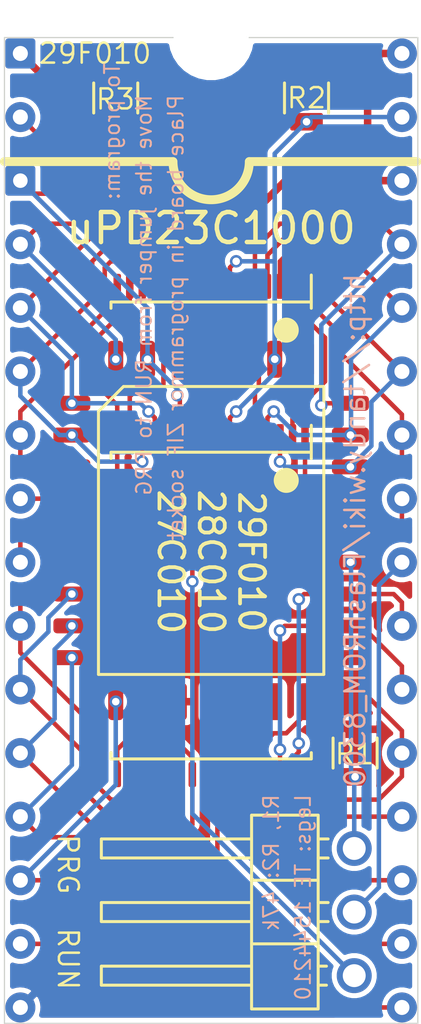
<source format=kicad_pcb>
(kicad_pcb (version 20171130) (host pcbnew 5.1.9-73d0e3b20d~88~ubuntu20.10.1)

  (general
    (thickness 1.6)
    (drawings 18)
    (tracks 318)
    (zones 0)
    (modules 9)
    (nets 33)
  )

  (page USLetter)
  (title_block
    (title FlashROM_8300)
    (date 2021-03-15)
    (rev 004)
    (company "Brian K. White - b.kenyon.w@gmail.com")
  )

  (layers
    (0 F.Cu signal)
    (31 B.Cu signal)
    (32 B.Adhes user hide)
    (33 F.Adhes user hide)
    (34 B.Paste user hide)
    (35 F.Paste user hide)
    (36 B.SilkS user)
    (37 F.SilkS user)
    (38 B.Mask user)
    (39 F.Mask user)
    (40 Dwgs.User user hide)
    (41 Cmts.User user hide)
    (42 Eco1.User user hide)
    (43 Eco2.User user hide)
    (44 Edge.Cuts user)
    (45 Margin user hide)
    (46 B.CrtYd user hide)
    (47 F.CrtYd user hide)
    (48 B.Fab user hide)
    (49 F.Fab user hide)
  )

  (setup
    (last_trace_width 0.18)
    (user_trace_width 0.16)
    (user_trace_width 0.3)
    (trace_clearance 0.16)
    (zone_clearance 0.16)
    (zone_45_only no)
    (trace_min 0.16)
    (via_size 0.5)
    (via_drill 0.3)
    (via_min_size 0.5)
    (via_min_drill 0.3)
    (uvia_size 0.5)
    (uvia_drill 0.3)
    (uvias_allowed no)
    (uvia_min_size 0.5)
    (uvia_min_drill 0.3)
    (edge_width 0.05)
    (segment_width 0.2)
    (pcb_text_width 0.3)
    (pcb_text_size 1.5 1.5)
    (mod_edge_width 0.12)
    (mod_text_size 1 1)
    (mod_text_width 0.15)
    (pad_size 1.2 1.2)
    (pad_drill 0.58)
    (pad_to_mask_clearance 0)
    (solder_mask_min_width 0.22)
    (aux_axis_origin 0 0)
    (grid_origin 150 97.46)
    (visible_elements FFFFFF7F)
    (pcbplotparams
      (layerselection 0x010f0_ffffffff)
      (usegerberextensions true)
      (usegerberattributes false)
      (usegerberadvancedattributes false)
      (creategerberjobfile false)
      (excludeedgelayer true)
      (linewidth 0.100000)
      (plotframeref false)
      (viasonmask false)
      (mode 1)
      (useauxorigin false)
      (hpglpennumber 1)
      (hpglpenspeed 20)
      (hpglpendiameter 15.000000)
      (psnegative false)
      (psa4output false)
      (plotreference true)
      (plotvalue true)
      (plotinvisibletext false)
      (padsonsilk false)
      (subtractmaskfromsilk true)
      (outputformat 1)
      (mirror false)
      (drillshape 0)
      (scaleselection 1)
      (outputdirectory "GERBER_FlashROM_8300_004"))
  )

  (net 0 "")
  (net 1 /A14)
  (net 2 /D2)
  (net 3 /A13)
  (net 4 /D1)
  (net 5 /A8)
  (net 6 /D0)
  (net 7 /A9)
  (net 8 /A0)
  (net 9 /A11)
  (net 10 /A1)
  (net 11 /~OE)
  (net 12 /A2)
  (net 13 /A10)
  (net 14 /A3)
  (net 15 /~CE)
  (net 16 /A4)
  (net 17 /D7)
  (net 18 /A5)
  (net 19 /D6)
  (net 20 /A6)
  (net 21 /D5)
  (net 22 /A7)
  (net 23 /D4)
  (net 24 /A12)
  (net 25 /D3)
  (net 26 /~WE)
  (net 27 /A16)
  (net 28 /A15)
  (net 29 /VCC)
  (net 30 /GND)
  (net 31 /A16_~OE)
  (net 32 /VPP)

  (net_class Default "This is the default net class."
    (clearance 0.16)
    (trace_width 0.18)
    (via_dia 0.5)
    (via_drill 0.3)
    (uvia_dia 0.5)
    (uvia_drill 0.3)
    (add_net /A0)
    (add_net /A1)
    (add_net /A10)
    (add_net /A11)
    (add_net /A12)
    (add_net /A13)
    (add_net /A14)
    (add_net /A15)
    (add_net /A16)
    (add_net /A16_~OE)
    (add_net /A2)
    (add_net /A3)
    (add_net /A4)
    (add_net /A5)
    (add_net /A6)
    (add_net /A7)
    (add_net /A8)
    (add_net /A9)
    (add_net /D0)
    (add_net /D1)
    (add_net /D2)
    (add_net /D3)
    (add_net /D4)
    (add_net /D5)
    (add_net /D6)
    (add_net /D7)
    (add_net /GND)
    (add_net /VCC)
    (add_net /VPP)
    (add_net /~CE)
    (add_net /~OE)
    (add_net /~WE)
  )

  (module 000_LOCAL:NPTH_3mm (layer F.Cu) (tedit 5F9F8D8C) (tstamp 5FC9F7C4)
    (at 150 77.775)
    (fp_text reference REF** (at 0 2.54) (layer F.SilkS) hide
      (effects (font (size 1.27 1.27) (thickness 0.127)))
    )
    (fp_text value NPTH_3mm (at 0 -2.54) (layer F.Fab)
      (effects (font (size 1.27 1.27) (thickness 0.0127)))
    )
    (pad "" np_thru_hole circle (at 0 0) (size 3 3) (drill 3) (layers *.Cu *.Mask))
  )

  (module 000_LOCAL:DIP32_0.6_pcb_sil_pins (layer F.Cu) (tedit 5FC98C84) (tstamp 5E6197D1)
    (at 150 97.46)
    (descr "28-lead though-hole mounted DIP package, row spacing 15.24 mm (600 mils)")
    (tags "THT DIP DIL PDIP 2.54mm 15.24mm 600mil")
    (path /5E5C209E)
    (fp_text reference J1 (at 0 -21.38) (layer F.SilkS) hide
      (effects (font (size 1 1) (thickness 0.15)))
    )
    (fp_text value "uPD23C1000 / FLASH" (at 0 21.59) (layer F.Fab)
      (effects (font (size 1 1) (thickness 0.15)))
    )
    (fp_line (start 8.22 -19.65) (end -8.22 -19.65) (layer F.CrtYd) (width 0.01))
    (fp_line (start 8.22 19.65) (end 8.22 -19.65) (layer F.CrtYd) (width 0.01))
    (fp_line (start -8.22 19.65) (end 8.22 19.65) (layer F.CrtYd) (width 0.01))
    (fp_line (start -8.22 -19.65) (end -8.22 19.65) (layer F.CrtYd) (width 0.01))
    (fp_text user %R (at 0.27 0.58) (layer F.Fab)
      (effects (font (size 1 1) (thickness 0.15)))
    )
    (pad 32 thru_hole circle (at 7.62 -19.05) (size 1.2 1.2) (drill 0.6) (layers *.Cu *.Mask)
      (net 29 /VCC))
    (pad 31 thru_hole circle (at 7.62 -16.51) (size 1.2 1.2) (drill 0.6) (layers *.Cu *.Mask)
      (net 26 /~WE))
    (pad 15 thru_hole circle (at -7.62 16.51) (size 1.2 1.2) (drill 0.6) (layers *.Cu *.Mask)
      (net 2 /D2))
    (pad 16 thru_hole circle (at -7.62 19.05) (size 1.2 1.2) (drill 0.6) (layers *.Cu *.Mask)
      (net 30 /GND))
    (pad 1 thru_hole roundrect (at -7.62 -19.05) (size 1.2 1.2) (drill 0.6) (layers *.Cu *.Mask) (roundrect_rratio 0.1)
      (net 32 /VPP))
    (pad 29 thru_hole circle (at 7.62 -11.43) (size 1.2 1.2) (drill 0.6) (layers *.Cu *.Mask)
      (net 1 /A14))
    (pad 2 thru_hole circle (at -7.62 -16.51) (size 1.2 1.2) (drill 0.6) (layers *.Cu *.Mask)
      (net 27 /A16))
    (pad 30 thru_hole circle (at 7.62 -13.97) (size 1.2 1.2) (drill 0.6) (layers *.Cu *.Mask)
      (net 29 /VCC))
    (pad 3 thru_hole roundrect (at -7.62 -13.97) (size 1.2 1.2) (drill 0.58) (layers *.Cu *.Mask) (roundrect_rratio 0.1)
      (net 28 /A15))
    (pad 17 thru_hole circle (at 7.62 19.05) (size 1.2 1.2) (drill 0.6) (layers *.Cu *.Mask)
      (net 25 /D3))
    (pad 4 thru_hole circle (at -7.62 -11.43) (size 1.2 1.2) (drill 0.6) (layers *.Cu *.Mask)
      (net 24 /A12))
    (pad 18 thru_hole circle (at 7.62 16.51) (size 1.2 1.2) (drill 0.6) (layers *.Cu *.Mask)
      (net 23 /D4))
    (pad 5 thru_hole circle (at -7.62 -8.89) (size 1.2 1.2) (drill 0.6) (layers *.Cu *.Mask)
      (net 22 /A7))
    (pad 19 thru_hole circle (at 7.62 13.97) (size 1.2 1.2) (drill 0.6) (layers *.Cu *.Mask)
      (net 21 /D5))
    (pad 6 thru_hole circle (at -7.62 -6.35) (size 1.2 1.2) (drill 0.6) (layers *.Cu *.Mask)
      (net 20 /A6))
    (pad 20 thru_hole circle (at 7.62 11.43) (size 1.2 1.2) (drill 0.6) (layers *.Cu *.Mask)
      (net 19 /D6))
    (pad 7 thru_hole circle (at -7.62 -3.81) (size 1.2 1.2) (drill 0.6) (layers *.Cu *.Mask)
      (net 18 /A5))
    (pad 21 thru_hole circle (at 7.62 8.89) (size 1.2 1.2) (drill 0.6) (layers *.Cu *.Mask)
      (net 17 /D7))
    (pad 8 thru_hole circle (at -7.62 -1.27) (size 1.2 1.2) (drill 0.6) (layers *.Cu *.Mask)
      (net 16 /A4))
    (pad 22 thru_hole circle (at 7.62 6.35) (size 1.2 1.2) (drill 0.6) (layers *.Cu *.Mask)
      (net 15 /~CE))
    (pad 9 thru_hole circle (at -7.62 1.27) (size 1.2 1.2) (drill 0.6) (layers *.Cu *.Mask)
      (net 14 /A3))
    (pad 23 thru_hole circle (at 7.62 3.81) (size 1.2 1.2) (drill 0.6) (layers *.Cu *.Mask)
      (net 13 /A10))
    (pad 10 thru_hole circle (at -7.62 3.81) (size 1.2 1.2) (drill 0.6) (layers *.Cu *.Mask)
      (net 12 /A2))
    (pad 24 thru_hole circle (at 7.62 1.27) (size 1.2 1.2) (drill 0.6) (layers *.Cu *.Mask)
      (net 31 /A16_~OE))
    (pad 11 thru_hole circle (at -7.62 6.35) (size 1.2 1.2) (drill 0.6) (layers *.Cu *.Mask)
      (net 10 /A1))
    (pad 25 thru_hole circle (at 7.62 -1.27) (size 1.2 1.2) (drill 0.6) (layers *.Cu *.Mask)
      (net 9 /A11))
    (pad 12 thru_hole circle (at -7.62 8.89) (size 1.2 1.2) (drill 0.6) (layers *.Cu *.Mask)
      (net 8 /A0))
    (pad 26 thru_hole circle (at 7.62 -3.81) (size 1.2 1.2) (drill 0.6) (layers *.Cu *.Mask)
      (net 7 /A9))
    (pad 13 thru_hole circle (at -7.62 11.43) (size 1.2 1.2) (drill 0.6) (layers *.Cu *.Mask)
      (net 6 /D0))
    (pad 27 thru_hole circle (at 7.62 -6.35) (size 1.2 1.2) (drill 0.6) (layers *.Cu *.Mask)
      (net 5 /A8))
    (pad 14 thru_hole circle (at -7.62 13.97) (size 1.2 1.2) (drill 0.6) (layers *.Cu *.Mask)
      (net 4 /D1))
    (pad 28 thru_hole circle (at 7.62 -8.89) (size 1.2 1.2) (drill 0.6) (layers *.Cu *.Mask)
      (net 3 /A13))
    (model ${KIPRJMOD}/000_LOCAL.pretty/packages3d/DIL_LEG.step
      (offset (xyz -7.62 16.51 0.18))
      (scale (xyz 1 1 1))
      (rotate (xyz 0 0 0))
    )
    (model ${KIPRJMOD}/000_LOCAL.pretty/packages3d/DIL_LEG.step
      (offset (xyz -7.62 13.97 0.18))
      (scale (xyz 1 1 1))
      (rotate (xyz 0 0 0))
    )
    (model ${KIPRJMOD}/000_LOCAL.pretty/packages3d/DIL_LEG.step
      (offset (xyz -7.62 11.43 0.18))
      (scale (xyz 1 1 1))
      (rotate (xyz 0 0 0))
    )
    (model ${KIPRJMOD}/000_LOCAL.pretty/packages3d/DIL_LEG.step
      (offset (xyz -7.62 8.890000000000001 0.18))
      (scale (xyz 1 1 1))
      (rotate (xyz 0 0 0))
    )
    (model ${KIPRJMOD}/000_LOCAL.pretty/packages3d/DIL_LEG.step
      (offset (xyz -7.62 6.35 0.18))
      (scale (xyz 1 1 1))
      (rotate (xyz 0 0 0))
    )
    (model ${KIPRJMOD}/000_LOCAL.pretty/packages3d/DIL_LEG.step
      (offset (xyz -7.62 3.81 0.18))
      (scale (xyz 1 1 1))
      (rotate (xyz 0 0 0))
    )
    (model ${KIPRJMOD}/000_LOCAL.pretty/packages3d/DIL_LEG.step
      (offset (xyz -7.62 1.27 0.18))
      (scale (xyz 1 1 1))
      (rotate (xyz 0 0 0))
    )
    (model ${KIPRJMOD}/000_LOCAL.pretty/packages3d/DIL_LEG.step
      (offset (xyz -7.62 -1.27 0.18))
      (scale (xyz 1 1 1))
      (rotate (xyz 0 0 0))
    )
    (model ${KIPRJMOD}/000_LOCAL.pretty/packages3d/DIL_LEG.step
      (offset (xyz -7.62 -3.81 0.18))
      (scale (xyz 1 1 1))
      (rotate (xyz 0 0 0))
    )
    (model ${KIPRJMOD}/000_LOCAL.pretty/packages3d/DIL_LEG.step
      (offset (xyz -7.62 -6.35 0.18))
      (scale (xyz 1 1 1))
      (rotate (xyz 0 0 0))
    )
    (model ${KIPRJMOD}/000_LOCAL.pretty/packages3d/DIL_LEG.step
      (offset (xyz -7.62 -8.890000000000001 0.18))
      (scale (xyz 1 1 1))
      (rotate (xyz 0 0 0))
    )
    (model ${KIPRJMOD}/000_LOCAL.pretty/packages3d/DIL_LEG.step
      (offset (xyz -7.62 -11.43 0.18))
      (scale (xyz 1 1 1))
      (rotate (xyz 0 0 0))
    )
    (model ${KIPRJMOD}/000_LOCAL.pretty/packages3d/DIL_LEG.step
      (offset (xyz -7.62 -13.97 0.18))
      (scale (xyz 1 1 1))
      (rotate (xyz 0 0 0))
    )
    (model ${KIPRJMOD}/000_LOCAL.pretty/packages3d/DIL_LEG.step
      (offset (xyz -7.62 -16.51 0.18))
      (scale (xyz 1 1 1))
      (rotate (xyz 0 0 0))
    )
    (model ${KIPRJMOD}/000_LOCAL.pretty/packages3d/DIL_LEG.step
      (offset (xyz 7.62 -16.51 0.18))
      (scale (xyz 1 1 1))
      (rotate (xyz 0 0 0))
    )
    (model ${KIPRJMOD}/000_LOCAL.pretty/packages3d/DIL_LEG.step
      (offset (xyz 7.62 -13.97 0.18))
      (scale (xyz 1 1 1))
      (rotate (xyz 0 0 0))
    )
    (model ${KIPRJMOD}/000_LOCAL.pretty/packages3d/DIL_LEG.step
      (offset (xyz 7.62 -11.43 0.18))
      (scale (xyz 1 1 1))
      (rotate (xyz 0 0 0))
    )
    (model ${KIPRJMOD}/000_LOCAL.pretty/packages3d/DIL_LEG.step
      (offset (xyz 7.62 -8.890000000000001 0.18))
      (scale (xyz 1 1 1))
      (rotate (xyz 0 0 0))
    )
    (model ${KIPRJMOD}/000_LOCAL.pretty/packages3d/DIL_LEG.step
      (offset (xyz 7.62 -6.35 0.18))
      (scale (xyz 1 1 1))
      (rotate (xyz 0 0 0))
    )
    (model ${KIPRJMOD}/000_LOCAL.pretty/packages3d/DIL_LEG.step
      (offset (xyz 7.62 -3.81 0.18))
      (scale (xyz 1 1 1))
      (rotate (xyz 0 0 0))
    )
    (model ${KIPRJMOD}/000_LOCAL.pretty/packages3d/DIL_LEG.step
      (offset (xyz 7.62 -1.27 0.18))
      (scale (xyz 1 1 1))
      (rotate (xyz 0 0 0))
    )
    (model ${KIPRJMOD}/000_LOCAL.pretty/packages3d/DIL_LEG.step
      (offset (xyz 7.62 1.27 0.18))
      (scale (xyz 1 1 1))
      (rotate (xyz 0 0 0))
    )
    (model ${KIPRJMOD}/000_LOCAL.pretty/packages3d/DIL_LEG.step
      (offset (xyz 7.62 3.81 0.18))
      (scale (xyz 1 1 1))
      (rotate (xyz 0 0 0))
    )
    (model ${KIPRJMOD}/000_LOCAL.pretty/packages3d/DIL_LEG.step
      (offset (xyz 7.62 6.35 0.18))
      (scale (xyz 1 1 1))
      (rotate (xyz 0 0 0))
    )
    (model ${KIPRJMOD}/000_LOCAL.pretty/packages3d/DIL_LEG.step
      (offset (xyz 7.62 8.890000000000001 0.18))
      (scale (xyz 1 1 1))
      (rotate (xyz 0 0 0))
    )
    (model ${KIPRJMOD}/000_LOCAL.pretty/packages3d/DIL_LEG.step
      (offset (xyz 7.62 11.43 0.18))
      (scale (xyz 1 1 1))
      (rotate (xyz 0 0 0))
    )
    (model ${KIPRJMOD}/000_LOCAL.pretty/packages3d/DIL_LEG.step
      (offset (xyz 7.62 13.97 0.18))
      (scale (xyz 1 1 1))
      (rotate (xyz 0 0 0))
    )
    (model ${KIPRJMOD}/000_LOCAL.pretty/packages3d/DIL_LEG.step
      (offset (xyz 7.62 16.51 0.18))
      (scale (xyz 1 1 1))
      (rotate (xyz 0 0 0))
    )
    (model ${KIPRJMOD}/000_LOCAL.pretty/packages3d/DIL_LEG.step
      (offset (xyz 7.62 19.05 0.18034))
      (scale (xyz 1 1 1))
      (rotate (xyz 0 0 0))
    )
    (model ${KIPRJMOD}/000_LOCAL.pretty/packages3d/DIL_LEG.step
      (offset (xyz 7.62 -19.05 0.18034))
      (scale (xyz 1 1 1))
      (rotate (xyz 0 0 0))
    )
    (model ${KIPRJMOD}/000_LOCAL.pretty/packages3d/DIL_LEG.step
      (offset (xyz -7.62 19.05 0.18034))
      (scale (xyz 1 1 1))
      (rotate (xyz 0 0 0))
    )
    (model ${KIPRJMOD}/000_LOCAL.pretty/packages3d/DIL_LEG.step
      (offset (xyz -7.62 -19.05 0.18034))
      (scale (xyz 1 1 1))
      (rotate (xyz 0 0 0))
    )
  )

  (module 000_LOCAL:Pin_Header_Angled_1x03_Pitch2.54mm_12shorted (layer F.Cu) (tedit 5E67F9D5) (tstamp 5FA38820)
    (at 155.715 115.24 180)
    (descr "Through hole angled pin header, 1x03, 2.54mm pitch, 6mm pin length, single row")
    (tags "Through hole angled pin header THT 1x03 2.54mm single row")
    (path /5E634357)
    (fp_text reference JP1 (at 4.385 -2.27) (layer F.SilkS) hide
      (effects (font (size 1 1) (thickness 0.15)))
    )
    (fp_text value RUN/PROGRAM (at 4.385 7.35) (layer F.Fab)
      (effects (font (size 1 1) (thickness 0.15)))
    )
    (fp_poly (pts (xy 0.3175 0.3175) (xy -0.3175 0.3175) (xy -0.3175 -0.3175) (xy 0.3175 -0.3175)) (layer Dwgs.User) (width 0.00254))
    (fp_line (start 2.135 -1.27) (end 4.04 -1.27) (layer F.Fab) (width 0.1))
    (fp_line (start 4.04 -1.27) (end 4.04 6.35) (layer F.Fab) (width 0.1))
    (fp_line (start 4.04 6.35) (end 1.5 6.35) (layer F.Fab) (width 0.1))
    (fp_line (start 1.5 6.35) (end 1.5 -0.635) (layer F.Fab) (width 0.1))
    (fp_line (start 1.5 -0.635) (end 2.135 -1.27) (layer F.Fab) (width 0.1))
    (fp_line (start -0.32 -0.32) (end 1.5 -0.32) (layer F.Fab) (width 0.1))
    (fp_line (start -0.32 0.32) (end 1.5 0.32) (layer F.Fab) (width 0.1))
    (fp_line (start 4.04 -0.32) (end 10.04 -0.32) (layer F.Fab) (width 0.1))
    (fp_line (start 10.04 -0.32) (end 10.04 0.32) (layer F.Fab) (width 0.1))
    (fp_line (start 4.04 0.32) (end 10.04 0.32) (layer F.Fab) (width 0.1))
    (fp_line (start -0.32 2.22) (end 1.5 2.22) (layer F.Fab) (width 0.1))
    (fp_line (start -0.32 2.22) (end -0.32 2.86) (layer F.Fab) (width 0.1))
    (fp_line (start -0.32 2.86) (end 1.5 2.86) (layer F.Fab) (width 0.1))
    (fp_line (start 4.04 2.22) (end 10.04 2.22) (layer F.Fab) (width 0.1))
    (fp_line (start 10.04 2.22) (end 10.04 2.86) (layer F.Fab) (width 0.1))
    (fp_line (start 4.04 2.86) (end 10.04 2.86) (layer F.Fab) (width 0.1))
    (fp_line (start -0.32 4.76) (end 1.5 4.76) (layer F.Fab) (width 0.1))
    (fp_line (start -0.32 4.76) (end -0.32 5.4) (layer F.Fab) (width 0.1))
    (fp_line (start -0.32 5.4) (end 1.5 5.4) (layer F.Fab) (width 0.1))
    (fp_line (start 4.04 4.76) (end 10.04 4.76) (layer F.Fab) (width 0.1))
    (fp_line (start 10.04 4.76) (end 10.04 5.4) (layer F.Fab) (width 0.1))
    (fp_line (start 4.04 5.4) (end 10.04 5.4) (layer F.Fab) (width 0.1))
    (fp_line (start 1.44 -1.33) (end 1.44 6.41) (layer F.SilkS) (width 0.12))
    (fp_line (start 1.44 6.41) (end 4.1 6.41) (layer F.SilkS) (width 0.12))
    (fp_line (start 4.1 6.41) (end 4.1 -1.33) (layer F.SilkS) (width 0.12))
    (fp_line (start 4.1 -1.33) (end 1.44 -1.33) (layer F.SilkS) (width 0.12))
    (fp_line (start 4.1 -0.38) (end 10.1 -0.38) (layer F.SilkS) (width 0.12))
    (fp_line (start 10.1 -0.38) (end 10.1 0.38) (layer F.SilkS) (width 0.12))
    (fp_line (start 10.1 0.38) (end 4.1 0.38) (layer F.SilkS) (width 0.12))
    (fp_line (start 1.11 -0.38) (end 1.44 -0.38) (layer F.SilkS) (width 0.12))
    (fp_line (start 1.11 0.38) (end 1.44 0.38) (layer F.SilkS) (width 0.12))
    (fp_line (start 1.44 1.27) (end 4.1 1.27) (layer F.SilkS) (width 0.12))
    (fp_line (start 4.1 2.16) (end 10.1 2.16) (layer F.SilkS) (width 0.12))
    (fp_line (start 10.1 2.16) (end 10.1 2.92) (layer F.SilkS) (width 0.12))
    (fp_line (start 10.1 2.92) (end 4.1 2.92) (layer F.SilkS) (width 0.12))
    (fp_line (start 1.042929 2.16) (end 1.44 2.16) (layer F.SilkS) (width 0.12))
    (fp_line (start 1.042929 2.92) (end 1.44 2.92) (layer F.SilkS) (width 0.12))
    (fp_line (start 1.44 3.81) (end 4.1 3.81) (layer F.SilkS) (width 0.12))
    (fp_line (start 4.1 4.7) (end 10.1 4.7) (layer F.SilkS) (width 0.12))
    (fp_line (start 10.1 4.7) (end 10.1 5.46) (layer F.SilkS) (width 0.12))
    (fp_line (start 10.1 5.46) (end 4.1 5.46) (layer F.SilkS) (width 0.12))
    (fp_line (start 1.042929 4.7) (end 1.44 4.7) (layer F.SilkS) (width 0.12))
    (fp_line (start 1.042929 5.46) (end 1.44 5.46) (layer F.SilkS) (width 0.12))
    (fp_line (start -1.8 -1.8) (end -1.8 6.85) (layer F.CrtYd) (width 0.05))
    (fp_line (start -1.8 6.85) (end 10.55 6.85) (layer F.CrtYd) (width 0.05))
    (fp_line (start 10.55 6.85) (end 10.55 -1.8) (layer F.CrtYd) (width 0.05))
    (fp_line (start 10.55 -1.8) (end -1.8 -1.8) (layer F.CrtYd) (width 0.05))
    (fp_text user %R (at 2.77 2.54 90) (layer F.Fab)
      (effects (font (size 1 1) (thickness 0.15)))
    )
    (pad 1 thru_hole circle (at 0 0 180) (size 1.397 1.397) (drill 0.9144) (layers *.Cu *.Mask)
      (net 27 /A16))
    (pad 2 thru_hole circle (at 0 2.54 180) (size 1.397 1.397) (drill 0.9144) (layers *.Cu *.Mask)
      (net 31 /A16_~OE))
    (pad 3 thru_hole circle (at 0 5.08 180) (size 1.397 1.397) (drill 0.9144) (layers *.Cu *.Mask)
      (net 11 /~OE))
    (model ${KIPRJMOD}/000_LOCAL.pretty/packages3d/PinHeader_1x03_P2.54mm_Horizontal.step
      (at (xyz 0 0 0))
      (scale (xyz 1 1 1))
      (rotate (xyz 0 0 0))
    )
    (model ${KIPRJMOD}/000_LOCAL.pretty/packages3d/Jumper.stp
      (offset (xyz 4.064 -3.7592 0.1016))
      (scale (xyz 1 1 1))
      (rotate (xyz 0 -90 90))
    )
  )

  (module 000_LOCAL:R_0805 (layer F.Cu) (tedit 5F9E65BE) (tstamp 5E6C8B5E)
    (at 146.19 80.188 90)
    (descr "Resistor SMD 0805, reflow soldering, Vishay (see dcrcw.pdf)")
    (tags "resistor 0805")
    (path /5E74DD94)
    (attr smd)
    (fp_text reference R3 (at -0.0508 -0.0127 180) (layer F.SilkS)
      (effects (font (size 0.8 0.8) (thickness 0.1)))
    )
    (fp_text value 47K (at 0 1.75 90) (layer F.Fab)
      (effects (font (size 1 1) (thickness 0.15)))
    )
    (fp_line (start -1 0.62) (end -1 -0.62) (layer F.Fab) (width 0.1))
    (fp_line (start 1 0.62) (end -1 0.62) (layer F.Fab) (width 0.1))
    (fp_line (start 1 -0.62) (end 1 0.62) (layer F.Fab) (width 0.1))
    (fp_line (start -1 -0.62) (end 1 -0.62) (layer F.Fab) (width 0.1))
    (fp_line (start 0.6 0.88) (end -0.6 0.88) (layer F.SilkS) (width 0.12))
    (fp_line (start -0.6 -0.88) (end 0.6 -0.88) (layer F.SilkS) (width 0.12))
    (fp_line (start -1.55 -0.9) (end 1.55 -0.9) (layer F.CrtYd) (width 0.05))
    (fp_line (start -1.55 -0.9) (end -1.55 0.9) (layer F.CrtYd) (width 0.05))
    (fp_line (start 1.55 0.9) (end 1.55 -0.9) (layer F.CrtYd) (width 0.05))
    (fp_line (start 1.55 0.9) (end -1.55 0.9) (layer F.CrtYd) (width 0.05))
    (fp_text user %R (at 0 0 90) (layer F.Fab)
      (effects (font (size 0.5 0.5) (thickness 0.075)))
    )
    (pad 1 smd roundrect (at -0.95 0 90) (size 0.7 1.3) (layers F.Cu F.Paste F.Mask) (roundrect_rratio 0.1)
      (net 32 /VPP))
    (pad 2 smd roundrect (at 0.95 0 90) (size 0.7 1.3) (layers F.Cu F.Paste F.Mask) (roundrect_rratio 0.1)
      (net 29 /VCC))
    (model ${KIPRJMOD}/000_LOCAL.pretty/packages3d/R_0805_2012Metric.step_x
      (at (xyz 0 0 0))
      (scale (xyz 1 1 1))
      (rotate (xyz 0 0 0))
    )
  )

  (module 000_LOCAL:R_0805 (layer F.Cu) (tedit 5F9E65BE) (tstamp 5E6815F7)
    (at 153.81 80.188 90)
    (descr "Resistor SMD 0805, reflow soldering, Vishay (see dcrcw.pdf)")
    (tags "resistor 0805")
    (path /5E802DCC)
    (attr smd)
    (fp_text reference R2 (at 0 0 180) (layer F.SilkS)
      (effects (font (size 0.8 0.8) (thickness 0.1)))
    )
    (fp_text value 47K (at 0 1.75 90) (layer F.Fab)
      (effects (font (size 1 1) (thickness 0.15)))
    )
    (fp_line (start -1 0.62) (end -1 -0.62) (layer F.Fab) (width 0.1))
    (fp_line (start 1 0.62) (end -1 0.62) (layer F.Fab) (width 0.1))
    (fp_line (start 1 -0.62) (end 1 0.62) (layer F.Fab) (width 0.1))
    (fp_line (start -1 -0.62) (end 1 -0.62) (layer F.Fab) (width 0.1))
    (fp_line (start 0.6 0.88) (end -0.6 0.88) (layer F.SilkS) (width 0.12))
    (fp_line (start -0.6 -0.88) (end 0.6 -0.88) (layer F.SilkS) (width 0.12))
    (fp_line (start -1.55 -0.9) (end 1.55 -0.9) (layer F.CrtYd) (width 0.05))
    (fp_line (start -1.55 -0.9) (end -1.55 0.9) (layer F.CrtYd) (width 0.05))
    (fp_line (start 1.55 0.9) (end 1.55 -0.9) (layer F.CrtYd) (width 0.05))
    (fp_line (start 1.55 0.9) (end -1.55 0.9) (layer F.CrtYd) (width 0.05))
    (fp_text user %R (at 0 0 90) (layer F.Fab)
      (effects (font (size 0.5 0.5) (thickness 0.075)))
    )
    (pad 1 smd roundrect (at -0.95 0 90) (size 0.7 1.3) (layers F.Cu F.Paste F.Mask) (roundrect_rratio 0.1)
      (net 26 /~WE))
    (pad 2 smd roundrect (at 0.95 0 90) (size 0.7 1.3) (layers F.Cu F.Paste F.Mask) (roundrect_rratio 0.1)
      (net 29 /VCC))
    (model ${KIPRJMOD}/000_LOCAL.pretty/packages3d/R_0805_2012Metric.step
      (at (xyz 0 0 0))
      (scale (xyz 1 1 1))
      (rotate (xyz 0 0 0))
    )
  )

  (module 000_LOCAL:R_0805 (layer F.Cu) (tedit 5F9E65BE) (tstamp 5E638D11)
    (at 155.75 106.35 90)
    (descr "Resistor SMD 0805, reflow soldering, Vishay (see dcrcw.pdf)")
    (tags "resistor 0805")
    (path /5E614D7E)
    (attr smd)
    (fp_text reference R1 (at -0.0381 -0.0254) (layer F.SilkS)
      (effects (font (size 0.8 0.8) (thickness 0.1)))
    )
    (fp_text value 47k (at 0 1.75 90) (layer F.Fab)
      (effects (font (size 1 1) (thickness 0.15)))
    )
    (fp_line (start -1 0.62) (end -1 -0.62) (layer F.Fab) (width 0.1))
    (fp_line (start 1 0.62) (end -1 0.62) (layer F.Fab) (width 0.1))
    (fp_line (start 1 -0.62) (end 1 0.62) (layer F.Fab) (width 0.1))
    (fp_line (start -1 -0.62) (end 1 -0.62) (layer F.Fab) (width 0.1))
    (fp_line (start 0.6 0.88) (end -0.6 0.88) (layer F.SilkS) (width 0.12))
    (fp_line (start -0.6 -0.88) (end 0.6 -0.88) (layer F.SilkS) (width 0.12))
    (fp_line (start -1.55 -0.9) (end 1.55 -0.9) (layer F.CrtYd) (width 0.05))
    (fp_line (start -1.55 -0.9) (end -1.55 0.9) (layer F.CrtYd) (width 0.05))
    (fp_line (start 1.55 0.9) (end 1.55 -0.9) (layer F.CrtYd) (width 0.05))
    (fp_line (start 1.55 0.9) (end -1.55 0.9) (layer F.CrtYd) (width 0.05))
    (fp_text user %R (at 0 0 90) (layer F.Fab)
      (effects (font (size 0.5 0.5) (thickness 0.075)))
    )
    (pad 1 smd roundrect (at -0.95 0 90) (size 0.7 1.3) (layers F.Cu F.Paste F.Mask) (roundrect_rratio 0.1)
      (net 11 /~OE))
    (pad 2 smd roundrect (at 0.95 0 90) (size 0.7 1.3) (layers F.Cu F.Paste F.Mask) (roundrect_rratio 0.1)
      (net 30 /GND))
    (model ${KIPRJMOD}/000_LOCAL.pretty/packages3d/R_0805_2012Metric.step
      (at (xyz 0 0 0))
      (scale (xyz 1 1 1))
      (rotate (xyz 0 0 0))
    )
  )

  (module 000_LOCAL:TSOP32-14mm (layer F.Cu) (tedit 5F970953) (tstamp 5E60E0E3)
    (at 150 100.46 180)
    (descr "Module CMS TSOP 32 pins")
    (tags "CMS TSOP")
    (path /5E618FF4)
    (attr smd)
    (fp_text reference U2 (at 0 -2) (layer F.SilkS) hide
      (effects (font (size 1 1) (thickness 0.15)))
    )
    (fp_text value "29F010 sTSOP-32 14mm" (at 0.15 -1.35 180) (layer F.SilkS) hide
      (effects (font (size 1 1) (thickness 0.15)))
    )
    (fp_circle (center -3 5) (end -2.75 5) (layer F.SilkS) (width 0.5))
    (fp_line (start -4 6.125) (end 4 6.125) (layer F.SilkS) (width 0.12))
    (fp_line (start 4 -6.125) (end -4 -6.125) (layer F.SilkS) (width 0.12))
    (fp_line (start -4 7.2) (end -4 5.875) (layer F.SilkS) (width 0.12))
    (fp_line (start 4 6.125) (end 4 5.875) (layer F.SilkS) (width 0.12))
    (fp_line (start -4 -6.125) (end -4 -5.875) (layer F.SilkS) (width 0.12))
    (fp_line (start 4 -6.125) (end 4 -5.875) (layer F.SilkS) (width 0.12))
    (fp_text user %R (at 0 0 90) (layer F.Fab)
      (effects (font (size 1 1) (thickness 0.15)))
    )
    (fp_text user "Copyright 2016 Accelerated Designs. All rights reserved." (at 0 0 90) (layer Cmts.User)
      (effects (font (size 0.127 0.127) (thickness 0.002)))
    )
    (pad 1 smd roundrect (at -3.75 6.75 180) (size 0.3 1) (layers F.Cu F.Paste F.Mask) (roundrect_rratio 0.25)
      (net 9 /A11))
    (pad 2 smd roundrect (at -3.25 6.75 180) (size 0.3 1) (layers F.Cu F.Paste F.Mask) (roundrect_rratio 0.25)
      (net 7 /A9))
    (pad 3 smd roundrect (at -2.75 6.75 180) (size 0.3 1) (layers F.Cu F.Paste F.Mask) (roundrect_rratio 0.25)
      (net 5 /A8))
    (pad 4 smd roundrect (at -2.25 6.75 180) (size 0.3 1) (layers F.Cu F.Paste F.Mask) (roundrect_rratio 0.25)
      (net 3 /A13))
    (pad 5 smd roundrect (at -1.75 6.75 180) (size 0.3 1) (layers F.Cu F.Paste F.Mask) (roundrect_rratio 0.25)
      (net 1 /A14))
    (pad 6 smd roundrect (at -1.25 6.75 180) (size 0.3 1) (layers F.Cu F.Paste F.Mask) (roundrect_rratio 0.25))
    (pad 7 smd roundrect (at -0.75 6.75 180) (size 0.3 1) (layers F.Cu F.Paste F.Mask) (roundrect_rratio 0.25)
      (net 26 /~WE))
    (pad 8 smd roundrect (at -0.25 6.75 180) (size 0.3 1) (layers F.Cu F.Paste F.Mask) (roundrect_rratio 0.25)
      (net 29 /VCC))
    (pad 9 smd roundrect (at 0.25 6.75 180) (size 0.3 1) (layers F.Cu F.Paste F.Mask) (roundrect_rratio 0.25)
      (net 32 /VPP))
    (pad 10 smd roundrect (at 0.75 6.75 180) (size 0.3 1) (layers F.Cu F.Paste F.Mask) (roundrect_rratio 0.25)
      (net 27 /A16))
    (pad 11 smd roundrect (at 1.25 6.75 180) (size 0.3 1) (layers F.Cu F.Paste F.Mask) (roundrect_rratio 0.25)
      (net 28 /A15))
    (pad 12 smd roundrect (at 1.75 6.75 180) (size 0.3 1) (layers F.Cu F.Paste F.Mask) (roundrect_rratio 0.25)
      (net 24 /A12))
    (pad 13 smd roundrect (at 2.25 6.75 180) (size 0.3 1) (layers F.Cu F.Paste F.Mask) (roundrect_rratio 0.25)
      (net 22 /A7))
    (pad 14 smd roundrect (at 2.75 6.75 180) (size 0.3 1) (layers F.Cu F.Paste F.Mask) (roundrect_rratio 0.25)
      (net 20 /A6))
    (pad 15 smd roundrect (at 3.25 6.75 180) (size 0.3 1) (layers F.Cu F.Paste F.Mask) (roundrect_rratio 0.25)
      (net 18 /A5))
    (pad 16 smd roundrect (at 3.75 6.75 180) (size 0.3 1) (layers F.Cu F.Paste F.Mask) (roundrect_rratio 0.25)
      (net 16 /A4))
    (pad 17 smd roundrect (at 3.75 -6.75 180) (size 0.3 1) (layers F.Cu F.Paste F.Mask) (roundrect_rratio 0.25)
      (net 14 /A3))
    (pad 18 smd roundrect (at 3.25 -6.75 180) (size 0.3 1) (layers F.Cu F.Paste F.Mask) (roundrect_rratio 0.25)
      (net 12 /A2))
    (pad 19 smd roundrect (at 2.75 -6.75 180) (size 0.3 1) (layers F.Cu F.Paste F.Mask) (roundrect_rratio 0.25)
      (net 10 /A1))
    (pad 20 smd roundrect (at 2.25 -6.75 180) (size 0.3 1) (layers F.Cu F.Paste F.Mask) (roundrect_rratio 0.25)
      (net 8 /A0))
    (pad 21 smd roundrect (at 1.75 -6.75 180) (size 0.3 1) (layers F.Cu F.Paste F.Mask) (roundrect_rratio 0.25)
      (net 6 /D0))
    (pad 22 smd roundrect (at 1.25 -6.75 180) (size 0.3 1) (layers F.Cu F.Paste F.Mask) (roundrect_rratio 0.25)
      (net 4 /D1))
    (pad 23 smd roundrect (at 0.75 -6.75 180) (size 0.3 1) (layers F.Cu F.Paste F.Mask) (roundrect_rratio 0.25)
      (net 2 /D2))
    (pad 24 smd roundrect (at 0.25 -6.75 180) (size 0.3 1) (layers F.Cu F.Paste F.Mask) (roundrect_rratio 0.25)
      (net 30 /GND))
    (pad 25 smd roundrect (at -0.25 -6.75 180) (size 0.3 1) (layers F.Cu F.Paste F.Mask) (roundrect_rratio 0.25)
      (net 25 /D3))
    (pad 26 smd roundrect (at -0.75 -6.75 180) (size 0.3 1) (layers F.Cu F.Paste F.Mask) (roundrect_rratio 0.25)
      (net 23 /D4))
    (pad 27 smd roundrect (at -1.25 -6.75 180) (size 0.3 1) (layers F.Cu F.Paste F.Mask) (roundrect_rratio 0.25)
      (net 21 /D5))
    (pad 28 smd roundrect (at -1.75 -6.75 180) (size 0.3 1) (layers F.Cu F.Paste F.Mask) (roundrect_rratio 0.25)
      (net 19 /D6))
    (pad 29 smd roundrect (at -2.25 -6.75 180) (size 0.3 1) (layers F.Cu F.Paste F.Mask) (roundrect_rratio 0.25)
      (net 17 /D7))
    (pad 30 smd roundrect (at -2.75 -6.75 180) (size 0.3 1) (layers F.Cu F.Paste F.Mask) (roundrect_rratio 0.25)
      (net 15 /~CE))
    (pad 31 smd roundrect (at -3.25 -6.75 180) (size 0.3 1) (layers F.Cu F.Paste F.Mask) (roundrect_rratio 0.25)
      (net 13 /A10))
    (pad 32 smd roundrect (at -3.75 -6.75 180) (size 0.3 1) (layers F.Cu F.Paste F.Mask) (roundrect_rratio 0.25)
      (net 11 /~OE))
    (model ${KIPRJMOD}/000_LOCAL.pretty/packages3d/TSOP32_8x14.step
      (at (xyz 0 0 0))
      (scale (xyz 1 1 1))
      (rotate (xyz 0 0 -90))
    )
  )

  (module 000_LOCAL:PLCC32_7x9 (layer F.Cu) (tedit 5F9708DD) (tstamp 5E63CD90)
    (at 150 97.46)
    (descr "PLCC, 32 Pin (http://ww1.microchip.com/downloads/en/DeviceDoc/doc0015.pdf), generated with kicad-footprint-generator ipc_plcc_jLead_generator.py")
    (tags "PLCC LCC")
    (path /5E644E99)
    (attr smd)
    (fp_text reference U3 (at 0 -8.52) (layer F.SilkS) hide
      (effects (font (size 1 1) (thickness 0.15)))
    )
    (fp_text value "29F010 PLCC 7x9" (at 0 8.52) (layer F.Fab)
      (effects (font (size 1 1) (thickness 0.15)))
    )
    (fp_line (start 0 -6.277893) (end 0.5 -6.985) (layer F.Fab) (width 0.1))
    (fp_line (start 0.5 -6.985) (end 5.715 -6.985) (layer F.Fab) (width 0.1))
    (fp_line (start 5.715 -6.985) (end 5.715 6.985) (layer F.Fab) (width 0.1))
    (fp_line (start 5.715 6.985) (end -5.715 6.985) (layer F.Fab) (width 0.1))
    (fp_line (start -5.715 6.985) (end -5.715 -5.845) (layer F.Fab) (width 0.1))
    (fp_line (start -5.715 -5.845) (end -4.575 -6.985) (layer F.Fab) (width 0.1))
    (fp_line (start -4.575 -6.985) (end -0.5 -6.985) (layer F.Fab) (width 0.1))
    (fp_line (start -0.5 -6.985) (end 0 -6.277893) (layer F.Fab) (width 0.1))
    (fp_line (start 0 -7.82) (end 4.36 -7.82) (layer F.CrtYd) (width 0.05))
    (fp_line (start 4.36 -7.82) (end 4.36 -7.23) (layer F.CrtYd) (width 0.05))
    (fp_line (start 4.36 -7.23) (end 5.96 -7.23) (layer F.CrtYd) (width 0.05))
    (fp_line (start 5.96 -7.23) (end 5.96 -5.63) (layer F.CrtYd) (width 0.05))
    (fp_line (start 5.96 -5.63) (end 6.55 -5.63) (layer F.CrtYd) (width 0.05))
    (fp_line (start 6.55 -5.63) (end 6.55 0) (layer F.CrtYd) (width 0.05))
    (fp_line (start 0 7.82) (end -4.36 7.82) (layer F.CrtYd) (width 0.05))
    (fp_line (start -4.36 7.82) (end -4.36 7.23) (layer F.CrtYd) (width 0.05))
    (fp_line (start -4.36 7.23) (end -5.96 7.23) (layer F.CrtYd) (width 0.05))
    (fp_line (start -5.96 7.23) (end -5.96 5.63) (layer F.CrtYd) (width 0.05))
    (fp_line (start -5.96 5.63) (end -6.55 5.63) (layer F.CrtYd) (width 0.05))
    (fp_line (start -6.55 5.63) (end -6.55 0) (layer F.CrtYd) (width 0.05))
    (fp_line (start 0 7.82) (end 4.36 7.82) (layer F.CrtYd) (width 0.05))
    (fp_line (start 4.36 7.82) (end 4.36 7.23) (layer F.CrtYd) (width 0.05))
    (fp_line (start 4.36 7.23) (end 5.96 7.23) (layer F.CrtYd) (width 0.05))
    (fp_line (start 5.96 7.23) (end 5.96 5.63) (layer F.CrtYd) (width 0.05))
    (fp_line (start 5.96 5.63) (end 6.55 5.63) (layer F.CrtYd) (width 0.05))
    (fp_line (start 6.55 5.63) (end 6.55 0) (layer F.CrtYd) (width 0.05))
    (fp_line (start 0 -7.82) (end -4.36 -7.82) (layer F.CrtYd) (width 0.05))
    (fp_line (start -4.36 -7.82) (end -4.36 -7.23) (layer F.CrtYd) (width 0.05))
    (fp_line (start -4.36 -7.23) (end -4.68 -7.23) (layer F.CrtYd) (width 0.05))
    (fp_line (start -4.68 -7.23) (end -5.96 -5.95) (layer F.CrtYd) (width 0.05))
    (fp_line (start -5.96 -5.95) (end -5.96 -5.63) (layer F.CrtYd) (width 0.05))
    (fp_line (start -5.96 -5.63) (end -6.55 -5.63) (layer F.CrtYd) (width 0.05))
    (fp_line (start -6.55 -5.63) (end -6.55 0) (layer F.CrtYd) (width 0.05))
    (fp_circle (center 0 -5.08) (end 0.25 -5.08) (layer F.Fab) (width 0.5))
    (fp_line (start -4.5 -4.75) (end -3.5 -5.75) (layer F.SilkS) (width 0.12))
    (fp_line (start -3.5 -5.75) (end 4.5 -5.75) (layer F.SilkS) (width 0.12))
    (fp_line (start 4.5 -5.75) (end 4.5 5.75) (layer F.SilkS) (width 0.12))
    (fp_line (start 4.5 5.75) (end -4.5 5.75) (layer F.SilkS) (width 0.12))
    (fp_line (start -4.5 5.75) (end -4.5 -4.75) (layer F.SilkS) (width 0.12))
    (fp_text user %R (at 0 0) (layer F.Fab)
      (effects (font (size 1 1) (thickness 0.15)))
    )
    (pad 32 smd roundrect (at 1.27 -6.8375) (size 0.6 1.475) (layers F.Cu F.Paste F.Mask) (roundrect_rratio 0.25)
      (net 29 /VCC))
    (pad 31 smd roundrect (at 2.54 -6.8375) (size 0.6 1.475) (layers F.Cu F.Paste F.Mask) (roundrect_rratio 0.25)
      (net 26 /~WE))
    (pad 30 smd roundrect (at 3.81 -6.8375) (size 0.6 1.475) (layers F.Cu F.Paste F.Mask) (roundrect_rratio 0.25))
    (pad 29 smd roundrect (at 5.5625 -5.08) (size 1.475 0.6) (layers F.Cu F.Paste F.Mask) (roundrect_rratio 0.25)
      (net 1 /A14))
    (pad 28 smd roundrect (at 5.5625 -3.81) (size 1.475 0.6) (layers F.Cu F.Paste F.Mask) (roundrect_rratio 0.25)
      (net 3 /A13))
    (pad 27 smd roundrect (at 5.5625 -2.54) (size 1.475 0.6) (layers F.Cu F.Paste F.Mask) (roundrect_rratio 0.25)
      (net 5 /A8))
    (pad 26 smd roundrect (at 5.5625 -1.27) (size 1.475 0.6) (layers F.Cu F.Paste F.Mask) (roundrect_rratio 0.25)
      (net 7 /A9))
    (pad 25 smd roundrect (at 5.5625 0) (size 1.475 0.6) (layers F.Cu F.Paste F.Mask) (roundrect_rratio 0.25)
      (net 9 /A11))
    (pad 24 smd roundrect (at 5.5625 1.27) (size 1.475 0.6) (layers F.Cu F.Paste F.Mask) (roundrect_rratio 0.25)
      (net 11 /~OE))
    (pad 23 smd roundrect (at 5.5625 2.54) (size 1.475 0.6) (layers F.Cu F.Paste F.Mask) (roundrect_rratio 0.25)
      (net 13 /A10))
    (pad 22 smd roundrect (at 5.5625 3.81) (size 1.475 0.6) (layers F.Cu F.Paste F.Mask) (roundrect_rratio 0.25)
      (net 15 /~CE))
    (pad 21 smd roundrect (at 5.5625 5.08) (size 1.475 0.6) (layers F.Cu F.Paste F.Mask) (roundrect_rratio 0.25)
      (net 17 /D7))
    (pad 20 smd roundrect (at 3.81 6.8375) (size 0.6 1.475) (layers F.Cu F.Paste F.Mask) (roundrect_rratio 0.25)
      (net 19 /D6))
    (pad 19 smd roundrect (at 2.54 6.8375) (size 0.6 1.475) (layers F.Cu F.Paste F.Mask) (roundrect_rratio 0.25)
      (net 21 /D5))
    (pad 18 smd roundrect (at 1.27 6.8375) (size 0.6 1.475) (layers F.Cu F.Paste F.Mask) (roundrect_rratio 0.25)
      (net 23 /D4))
    (pad 17 smd roundrect (at 0 6.8375) (size 0.6 1.475) (layers F.Cu F.Paste F.Mask) (roundrect_rratio 0.25)
      (net 25 /D3))
    (pad 16 smd roundrect (at -1.27 6.8375) (size 0.6 1.475) (layers F.Cu F.Paste F.Mask) (roundrect_rratio 0.25)
      (net 30 /GND))
    (pad 15 smd roundrect (at -2.54 6.8375) (size 0.6 1.475) (layers F.Cu F.Paste F.Mask) (roundrect_rratio 0.25)
      (net 2 /D2))
    (pad 14 smd roundrect (at -3.81 6.8375) (size 0.6 1.475) (layers F.Cu F.Paste F.Mask) (roundrect_rratio 0.25)
      (net 4 /D1))
    (pad 13 smd roundrect (at -5.5625 5.08) (size 1.475 0.6) (layers F.Cu F.Paste F.Mask) (roundrect_rratio 0.25)
      (net 6 /D0))
    (pad 12 smd roundrect (at -5.5625 3.81) (size 1.475 0.6) (layers F.Cu F.Paste F.Mask) (roundrect_rratio 0.25)
      (net 8 /A0))
    (pad 11 smd roundrect (at -5.5625 2.54) (size 1.475 0.6) (layers F.Cu F.Paste F.Mask) (roundrect_rratio 0.25)
      (net 10 /A1))
    (pad 10 smd roundrect (at -5.5625 1.27) (size 1.475 0.6) (layers F.Cu F.Paste F.Mask) (roundrect_rratio 0.25)
      (net 12 /A2))
    (pad 9 smd roundrect (at -5.5625 0) (size 1.475 0.6) (layers F.Cu F.Paste F.Mask) (roundrect_rratio 0.25)
      (net 14 /A3))
    (pad 8 smd roundrect (at -5.5625 -1.27) (size 1.475 0.6) (layers F.Cu F.Paste F.Mask) (roundrect_rratio 0.25)
      (net 16 /A4))
    (pad 7 smd roundrect (at -5.5625 -2.54) (size 1.475 0.6) (layers F.Cu F.Paste F.Mask) (roundrect_rratio 0.25)
      (net 18 /A5))
    (pad 6 smd roundrect (at -5.5625 -3.81) (size 1.475 0.6) (layers F.Cu F.Paste F.Mask) (roundrect_rratio 0.25)
      (net 20 /A6))
    (pad 5 smd roundrect (at -5.5625 -5.08) (size 1.475 0.6) (layers F.Cu F.Paste F.Mask) (roundrect_rratio 0.25)
      (net 22 /A7))
    (pad 4 smd roundrect (at -3.81 -6.8375) (size 0.6 1.475) (layers F.Cu F.Paste F.Mask) (roundrect_rratio 0.25)
      (net 24 /A12))
    (pad 3 smd roundrect (at -2.54 -6.8375) (size 0.6 1.475) (layers F.Cu F.Paste F.Mask) (roundrect_rratio 0.25)
      (net 28 /A15))
    (pad 2 smd roundrect (at -1.27 -6.8375) (size 0.6 1.475) (layers F.Cu F.Paste F.Mask) (roundrect_rratio 0.25)
      (net 27 /A16))
    (pad 1 smd roundrect (at 0 -6.8375) (size 0.6 1.475) (layers F.Cu F.Paste F.Mask) (roundrect_rratio 0.25)
      (net 32 /VPP))
    (model ${KIPRJMOD}/000_LOCAL.pretty/packages3d/PLCC32_7x9.step_x
      (offset (xyz 0 0 0.2))
      (scale (xyz 1 1 1))
      (rotate (xyz 0 0 0))
    )
  )

  (module 000_LOCAL:TSOP32-20mm (layer F.Cu) (tedit 5F970990) (tstamp 5E5D81C3)
    (at 150 97.46 180)
    (descr "Module CMS TSOP 32 pins")
    (tags "CMS TSOP")
    (path /5E5D9957)
    (attr smd)
    (fp_text reference U1 (at 0 -5 180) (layer F.SilkS) hide
      (effects (font (size 1 1) (thickness 0.15)))
    )
    (fp_text value "29F010 TSOP-32 20mm" (at 0 5 180) (layer F.Fab)
      (effects (font (size 1 1) (thickness 0.15)))
    )
    (fp_line (start 4 -9.125) (end 4 -8.875) (layer F.SilkS) (width 0.12))
    (fp_line (start -4 -9.125) (end -4 -8.875) (layer F.SilkS) (width 0.12))
    (fp_line (start 4 9.125) (end 4 8.875) (layer F.SilkS) (width 0.12))
    (fp_line (start -4 10.2) (end -4 8.875) (layer F.SilkS) (width 0.12))
    (fp_line (start 4 -9.125) (end -4 -9.125) (layer F.SilkS) (width 0.12))
    (fp_line (start -4 9.125) (end 4 9.125) (layer F.SilkS) (width 0.12))
    (fp_circle (center -3 8) (end -2.75 8) (layer F.SilkS) (width 0.5))
    (fp_text user %R (at 0 0 270) (layer F.Fab)
      (effects (font (size 1 1) (thickness 0.15)))
    )
    (pad 1 smd roundrect (at -3.75 9.75 180) (size 0.3 1) (layers F.Cu F.Paste F.Mask) (roundrect_rratio 0.25)
      (net 9 /A11))
    (pad 2 smd roundrect (at -3.25 9.75 180) (size 0.3 1) (layers F.Cu F.Paste F.Mask) (roundrect_rratio 0.25)
      (net 7 /A9))
    (pad 3 smd roundrect (at -2.75 9.75 180) (size 0.3 1) (layers F.Cu F.Paste F.Mask) (roundrect_rratio 0.25)
      (net 5 /A8))
    (pad 4 smd roundrect (at -2.25 9.75 180) (size 0.3 1) (layers F.Cu F.Paste F.Mask) (roundrect_rratio 0.25)
      (net 3 /A13))
    (pad 5 smd roundrect (at -1.75 9.75 180) (size 0.3 1) (layers F.Cu F.Paste F.Mask) (roundrect_rratio 0.25)
      (net 1 /A14))
    (pad 6 smd roundrect (at -1.25 9.75 180) (size 0.3 1) (layers F.Cu F.Paste F.Mask) (roundrect_rratio 0.25))
    (pad 7 smd roundrect (at -0.75 9.75 180) (size 0.3 1) (layers F.Cu F.Paste F.Mask) (roundrect_rratio 0.25)
      (net 26 /~WE))
    (pad 8 smd roundrect (at -0.25 9.75 180) (size 0.3 1) (layers F.Cu F.Paste F.Mask) (roundrect_rratio 0.25)
      (net 29 /VCC))
    (pad 9 smd roundrect (at 0.25 9.75 180) (size 0.3 1) (layers F.Cu F.Paste F.Mask) (roundrect_rratio 0.25)
      (net 32 /VPP))
    (pad 10 smd roundrect (at 0.75 9.75 180) (size 0.3 1) (layers F.Cu F.Paste F.Mask) (roundrect_rratio 0.25)
      (net 27 /A16))
    (pad 11 smd roundrect (at 1.25 9.75 180) (size 0.3 1) (layers F.Cu F.Paste F.Mask) (roundrect_rratio 0.25)
      (net 28 /A15))
    (pad 12 smd roundrect (at 1.75 9.75 180) (size 0.3 1) (layers F.Cu F.Paste F.Mask) (roundrect_rratio 0.25)
      (net 24 /A12))
    (pad 13 smd roundrect (at 2.25 9.75 180) (size 0.3 1) (layers F.Cu F.Paste F.Mask) (roundrect_rratio 0.25)
      (net 22 /A7))
    (pad 14 smd roundrect (at 2.75 9.75 180) (size 0.3 1) (layers F.Cu F.Paste F.Mask) (roundrect_rratio 0.25)
      (net 20 /A6))
    (pad 15 smd roundrect (at 3.25 9.75 180) (size 0.3 1) (layers F.Cu F.Paste F.Mask) (roundrect_rratio 0.25)
      (net 18 /A5))
    (pad 16 smd roundrect (at 3.75 9.75 180) (size 0.3 1) (layers F.Cu F.Paste F.Mask) (roundrect_rratio 0.25)
      (net 16 /A4))
    (pad 17 smd roundrect (at 3.75 -9.75 180) (size 0.3 1) (layers F.Cu F.Paste F.Mask) (roundrect_rratio 0.25)
      (net 14 /A3))
    (pad 18 smd roundrect (at 3.25 -9.75 180) (size 0.3 1) (layers F.Cu F.Paste F.Mask) (roundrect_rratio 0.25)
      (net 12 /A2))
    (pad 19 smd roundrect (at 2.75 -9.75 180) (size 0.3 1) (layers F.Cu F.Paste F.Mask) (roundrect_rratio 0.25)
      (net 10 /A1))
    (pad 20 smd roundrect (at 2.25 -9.75 180) (size 0.3 1) (layers F.Cu F.Paste F.Mask) (roundrect_rratio 0.25)
      (net 8 /A0))
    (pad 21 smd roundrect (at 1.75 -9.75 180) (size 0.3 1) (layers F.Cu F.Paste F.Mask) (roundrect_rratio 0.25)
      (net 6 /D0))
    (pad 22 smd roundrect (at 1.25 -9.75 180) (size 0.3 1) (layers F.Cu F.Paste F.Mask) (roundrect_rratio 0.25)
      (net 4 /D1))
    (pad 23 smd roundrect (at 0.75 -9.75 180) (size 0.3 1) (layers F.Cu F.Paste F.Mask) (roundrect_rratio 0.25)
      (net 2 /D2))
    (pad 24 smd roundrect (at 0.25 -9.75 180) (size 0.3 1) (layers F.Cu F.Paste F.Mask) (roundrect_rratio 0.25)
      (net 30 /GND))
    (pad 25 smd roundrect (at -0.25 -9.75 180) (size 0.3 1) (layers F.Cu F.Paste F.Mask) (roundrect_rratio 0.25)
      (net 25 /D3))
    (pad 26 smd roundrect (at -0.75 -9.75 180) (size 0.3 1) (layers F.Cu F.Paste F.Mask) (roundrect_rratio 0.25)
      (net 23 /D4))
    (pad 27 smd roundrect (at -1.25 -9.75 180) (size 0.3 1) (layers F.Cu F.Paste F.Mask) (roundrect_rratio 0.25)
      (net 21 /D5))
    (pad 28 smd roundrect (at -1.75 -9.75 180) (size 0.3 1) (layers F.Cu F.Paste F.Mask) (roundrect_rratio 0.25)
      (net 19 /D6))
    (pad 29 smd roundrect (at -2.25 -9.75 180) (size 0.3 1) (layers F.Cu F.Paste F.Mask) (roundrect_rratio 0.25)
      (net 17 /D7))
    (pad 30 smd roundrect (at -2.75 -9.75 180) (size 0.3 1) (layers F.Cu F.Paste F.Mask) (roundrect_rratio 0.25)
      (net 15 /~CE))
    (pad 31 smd roundrect (at -3.25 -9.75 180) (size 0.3 1) (layers F.Cu F.Paste F.Mask) (roundrect_rratio 0.25)
      (net 13 /A10))
    (pad 32 smd roundrect (at -3.75 -9.75 180) (size 0.3 1) (layers F.Cu F.Paste F.Mask) (roundrect_rratio 0.25)
      (net 11 /~OE))
    (model ${KIPRJMOD}/000_LOCAL.pretty/packages3d/TSOP32_8X20.step_x
      (at (xyz 0 0 0))
      (scale (xyz 1 1 1))
      (rotate (xyz 0 0 -90))
    )
  )

  (gr_text 29F010 (at 145.3645 78.41) (layer F.SilkS) (tstamp 5FCA0020)
    (effects (font (size 0.8 0.8) (thickness 0.1)))
  )
  (gr_text "29F010\n28C010\n27C010" (at 150 98.71 -90) (layer F.SilkS)
    (effects (font (size 1 1) (thickness 0.15)))
  )
  (gr_text "Place board in programmer ZIF socket" (at 148.59 80.01 90) (layer B.SilkS) (tstamp 5E6930EF)
    (effects (font (size 0.6 0.6) (thickness 0.08)) (justify left mirror))
  )
  (gr_text uPD23C1000 (at 150 85.395) (layer F.SilkS) (tstamp 5E68F9E9)
    (effects (font (size 1.2 1.2) (thickness 0.18)))
  )
  (gr_line (start 151.524 82.728) (end 158.2166 82.728) (layer F.SilkS) (width 0.3556))
  (gr_line (start 148.476 82.728) (end 141.745 82.728) (layer F.SilkS) (width 0.3556))
  (gr_arc (start 150 82.728) (end 148.476 82.728) (angle -180) (layer F.SilkS) (width 0.3556) (tstamp 604F9EDB))
  (gr_line (start 141.745 77.775) (end 158.255 77.775) (layer Edge.Cuts) (width 0.05) (tstamp 5E687F14))
  (gr_text http://tandy.wiki/FlashROM_8300 (at 155.75 97.46 90) (layer B.SilkS) (tstamp 5E6199A3)
    (effects (font (size 0.8 0.8) (thickness 0.1)) (justify mirror))
  )
  (gr_text "R1, R2: 47k" (at 152.4 107.95 90) (layer B.SilkS) (tstamp 5E369BB7)
    (effects (font (size 0.6 0.6) (thickness 0.08)) (justify left mirror))
  )
  (gr_text "Legs: TE 1544210" (at 153.67 107.95 90) (layer B.SilkS) (tstamp 5E253AF7)
    (effects (font (size 0.6 0.6) (thickness 0.08)) (justify left mirror))
  )
  (gr_text "Move the jumper from RUN to PRG" (at 147.32 80.01 90) (layer B.SilkS) (tstamp 5E5F5F58)
    (effects (font (size 0.6 0.6) (thickness 0.08)) (justify left mirror))
  )
  (gr_text "To program:" (at 146.05 78.74 90) (layer B.SilkS) (tstamp 5E5F5F53)
    (effects (font (size 0.6 0.6) (thickness 0.08)) (justify left mirror))
  )
  (gr_text PRG (at 144.285 109.525 -90) (layer F.SilkS) (tstamp 5E5F4BF0)
    (effects (font (size 0.8 0.8) (thickness 0.1)) (justify left))
  )
  (gr_text RUN (at 144.285 115.875 -90) (layer F.SilkS) (tstamp 5E5F4BED)
    (effects (font (size 0.8 0.8) (thickness 0.1)) (justify right))
  )
  (gr_line (start 141.745 117.145) (end 141.745 77.775) (layer Edge.Cuts) (width 0.05) (tstamp 5E36F1C6))
  (gr_line (start 158.255 77.775) (end 158.255 117.145) (layer Edge.Cuts) (width 0.05) (tstamp 5E68219C))
  (gr_line (start 141.745 117.145) (end 158.255 117.145) (layer Edge.Cuts) (width 0.05) (tstamp 5FB65AD8))

  (segment (start 154.4 89.25) (end 157.62 86.03) (width 0.18) (layer B.Cu) (net 1))
  (segment (start 154.4 92.46) (end 154.4 89.25) (width 0.18) (layer B.Cu) (net 1))
  (via (at 154.4 92.46) (size 0.5) (drill 0.3) (layers F.Cu B.Cu) (net 1))
  (segment (start 154.48 92.38) (end 155.08 92.38) (width 0.18) (layer F.Cu) (net 1))
  (segment (start 155.08 92.38) (end 155.5625 92.38) (width 0.18) (layer F.Cu) (net 1))
  (segment (start 154.4 92.46) (end 154.48 92.38) (width 0.18) (layer F.Cu) (net 1))
  (segment (start 151.75 91.96) (end 151.75 93.71) (width 0.18) (layer F.Cu) (net 1))
  (segment (start 151.905 91.805) (end 151.75 91.96) (width 0.18) (layer F.Cu) (net 1))
  (segment (start 151.75 88.71) (end 151.905 88.865) (width 0.18) (layer F.Cu) (net 1))
  (segment (start 151.905 88.865) (end 151.905 91.805) (width 0.18) (layer F.Cu) (net 1))
  (segment (start 151.75 86.21) (end 151.75 88.71) (width 0.18) (layer F.Cu) (net 1))
  (segment (start 152.75 85.21) (end 151.75 86.21) (width 0.18) (layer F.Cu) (net 1))
  (segment (start 156.8 85.21) (end 152.75 85.21) (width 0.18) (layer F.Cu) (net 1))
  (segment (start 157.62 86.03) (end 156.8 85.21) (width 0.18) (layer F.Cu) (net 1))
  (segment (start 149.25 109.21) (end 144.49 113.97) (width 0.18) (layer F.Cu) (net 2))
  (segment (start 144.49 113.97) (end 142.38 113.97) (width 0.18) (layer F.Cu) (net 2))
  (segment (start 149.25 107.21) (end 149.25 109.21) (width 0.18) (layer F.Cu) (net 2))
  (segment (start 149.25 106.5225) (end 149.25 107.21) (width 0.18) (layer F.Cu) (net 2))
  (segment (start 147.46 104.7325) (end 149.25 106.5225) (width 0.18) (layer F.Cu) (net 2))
  (segment (start 147.46 104.2975) (end 147.46 104.7325) (width 0.18) (layer F.Cu) (net 2))
  (segment (start 155.5875 90.6025) (end 157.62 88.57) (width 0.18) (layer B.Cu) (net 3))
  (segment (start 155.5875 93.625) (end 155.5875 90.6025) (width 0.18) (layer B.Cu) (net 3))
  (segment (start 155.5625 93.65) (end 155.5875 93.625) (width 0.18) (layer B.Cu) (net 3))
  (via (at 155.5625 93.65) (size 0.5) (drill 0.3) (layers F.Cu B.Cu) (net 3))
  (via (at 152.5 92.71) (size 0.5) (drill 0.3) (layers F.Cu B.Cu) (net 3))
  (segment (start 152.25 92.96) (end 152.25 93.71) (width 0.18) (layer F.Cu) (net 3))
  (segment (start 152.5 92.71) (end 152.25 92.96) (width 0.18) (layer F.Cu) (net 3))
  (segment (start 153.44 93.65) (end 155.5625 93.65) (width 0.18) (layer B.Cu) (net 3))
  (segment (start 152.5 92.71) (end 153.44 93.65) (width 0.18) (layer B.Cu) (net 3))
  (segment (start 153 85.71) (end 152.25 86.46) (width 0.18) (layer F.Cu) (net 3))
  (segment (start 154.76 85.71) (end 153 85.71) (width 0.18) (layer F.Cu) (net 3))
  (segment (start 152.25 86.46) (end 152.25 87.71) (width 0.18) (layer F.Cu) (net 3))
  (segment (start 157.62 88.57) (end 154.76 85.71) (width 0.18) (layer F.Cu) (net 3))
  (via (at 146.19 104.2975) (size 0.5) (drill 0.3) (layers F.Cu B.Cu) (net 4))
  (segment (start 146.19 107.62) (end 142.38 111.43) (width 0.18) (layer B.Cu) (net 4))
  (segment (start 146.19 104.2975) (end 146.19 107.62) (width 0.18) (layer B.Cu) (net 4))
  (segment (start 148.75 108.96) (end 148.75 107.21) (width 0.18) (layer F.Cu) (net 4))
  (segment (start 146.28 111.43) (end 148.75 108.96) (width 0.18) (layer F.Cu) (net 4))
  (segment (start 142.38 111.43) (end 146.28 111.43) (width 0.18) (layer F.Cu) (net 4))
  (segment (start 156.4 92.33) (end 157.62 91.11) (width 0.18) (layer B.Cu) (net 5))
  (segment (start 156.4 94.0825) (end 156.4 92.33) (width 0.18) (layer B.Cu) (net 5))
  (segment (start 155.5625 94.92) (end 156.4 94.0825) (width 0.18) (layer B.Cu) (net 5))
  (via (at 155.5625 94.92) (size 0.5) (drill 0.3) (layers F.Cu B.Cu) (net 5))
  (segment (start 152.75 94.71) (end 152.75 93.71) (width 0.18) (layer F.Cu) (net 5))
  (via (at 152.75 94.71) (size 0.5) (drill 0.3) (layers F.Cu B.Cu) (net 5))
  (segment (start 152.96 94.92) (end 155.5625 94.92) (width 0.18) (layer B.Cu) (net 5))
  (segment (start 152.75 94.71) (end 152.96 94.92) (width 0.18) (layer B.Cu) (net 5))
  (segment (start 152.75 86.71) (end 152.75 87.71) (width 0.18) (layer F.Cu) (net 5))
  (segment (start 153.25 86.21) (end 152.75 86.71) (width 0.18) (layer F.Cu) (net 5))
  (segment (start 154.25 86.21) (end 153.25 86.21) (width 0.18) (layer F.Cu) (net 5))
  (segment (start 154.75 86.71) (end 154.25 86.21) (width 0.18) (layer F.Cu) (net 5))
  (segment (start 154.75 88.24) (end 154.75 86.71) (width 0.18) (layer F.Cu) (net 5))
  (segment (start 157.62 91.11) (end 154.75 88.24) (width 0.18) (layer F.Cu) (net 5))
  (via (at 144.4375 102.54) (size 0.5) (drill 0.3) (layers F.Cu B.Cu) (net 6))
  (segment (start 144.4375 106.8325) (end 142.38 108.89) (width 0.18) (layer B.Cu) (net 6))
  (segment (start 144.4375 102.54) (end 144.4375 106.8325) (width 0.18) (layer B.Cu) (net 6))
  (segment (start 143.2 109.71) (end 142.38 108.89) (width 0.18) (layer F.Cu) (net 6))
  (segment (start 147.25 109.71) (end 143.2 109.71) (width 0.18) (layer F.Cu) (net 6))
  (segment (start 148.25 108.71) (end 147.25 109.71) (width 0.18) (layer F.Cu) (net 6))
  (segment (start 148.25 107.21) (end 148.25 108.71) (width 0.18) (layer F.Cu) (net 6))
  (segment (start 157.62 94.5475) (end 157.62 93.65) (width 0.18) (layer F.Cu) (net 7))
  (segment (start 155.9775 96.19) (end 157.62 94.5475) (width 0.18) (layer F.Cu) (net 7))
  (segment (start 155.5625 96.19) (end 155.9775 96.19) (width 0.18) (layer F.Cu) (net 7))
  (segment (start 153.25 89) (end 153.175 89.075) (width 0.18) (layer F.Cu) (net 7))
  (segment (start 153.25 86.96) (end 153.25 89) (width 0.18) (layer F.Cu) (net 7))
  (segment (start 153.5 86.71) (end 153.25 86.96) (width 0.18) (layer F.Cu) (net 7))
  (segment (start 153.175 91.885) (end 153.25 91.96) (width 0.18) (layer F.Cu) (net 7))
  (segment (start 153.175 89.075) (end 153.175 91.885) (width 0.18) (layer F.Cu) (net 7))
  (segment (start 154 86.71) (end 153.5 86.71) (width 0.18) (layer F.Cu) (net 7))
  (segment (start 153.25 91.96) (end 153.25 93.71) (width 0.18) (layer F.Cu) (net 7))
  (segment (start 154.25 86.96) (end 154 86.71) (width 0.18) (layer F.Cu) (net 7))
  (segment (start 154.25 88.71) (end 154.25 86.96) (width 0.18) (layer F.Cu) (net 7))
  (segment (start 155.25 89.71) (end 154.25 88.71) (width 0.18) (layer F.Cu) (net 7))
  (segment (start 155.25 90.46) (end 155.25 89.71) (width 0.18) (layer F.Cu) (net 7))
  (segment (start 157.62 92.83) (end 155.25 90.46) (width 0.18) (layer F.Cu) (net 7))
  (segment (start 157.62 93.65) (end 157.62 92.83) (width 0.18) (layer F.Cu) (net 7))
  (via (at 144.4375 101.27) (size 0.5) (drill 0.3) (layers F.Cu B.Cu) (net 8))
  (segment (start 147.75 108.46) (end 147.75 107.21) (width 0.18) (layer F.Cu) (net 8))
  (segment (start 147 109.21) (end 147.75 108.46) (width 0.18) (layer F.Cu) (net 8))
  (segment (start 145.24 109.21) (end 147 109.21) (width 0.18) (layer F.Cu) (net 8))
  (segment (start 142.38 106.35) (end 145.24 109.21) (width 0.18) (layer F.Cu) (net 8))
  (segment (start 143.75 104.98) (end 142.38 106.35) (width 0.18) (layer B.Cu) (net 8))
  (segment (start 143.75 102.21) (end 143.75 104.98) (width 0.18) (layer B.Cu) (net 8))
  (segment (start 144.4375 101.5225) (end 143.75 102.21) (width 0.18) (layer B.Cu) (net 8))
  (segment (start 144.4375 101.27) (end 144.4375 101.5225) (width 0.18) (layer B.Cu) (net 8))
  (segment (start 157.62 97.09) (end 157.62 96.19) (width 0.18) (layer F.Cu) (net 9))
  (segment (start 154.5 97.46) (end 157.25 97.46) (width 0.18) (layer F.Cu) (net 9))
  (segment (start 154.55 91.51) (end 153.75 92.31) (width 0.18) (layer F.Cu) (net 9))
  (segment (start 153.75 96.71) (end 154.5 97.46) (width 0.18) (layer F.Cu) (net 9))
  (segment (start 153.75 92.31) (end 153.75 96.71) (width 0.18) (layer F.Cu) (net 9))
  (segment (start 154.55 89.76) (end 154.55 91.51) (width 0.18) (layer F.Cu) (net 9))
  (segment (start 153.75 88.96) (end 154.55 89.76) (width 0.18) (layer F.Cu) (net 9))
  (segment (start 157.25 97.46) (end 157.62 97.09) (width 0.18) (layer F.Cu) (net 9))
  (segment (start 153.75 87.71) (end 153.75 88.96) (width 0.18) (layer F.Cu) (net 9))
  (via (at 144.4375 100) (size 0.5) (drill 0.3) (layers F.Cu B.Cu) (net 10))
  (segment (start 142.38 102.625) (end 142.38 103.81) (width 0.18) (layer B.Cu) (net 10))
  (segment (start 143.5 101.505) (end 142.38 102.625) (width 0.18) (layer B.Cu) (net 10))
  (segment (start 143.5 100.9375) (end 143.5 101.505) (width 0.18) (layer B.Cu) (net 10))
  (segment (start 144.4375 100) (end 143.5 100.9375) (width 0.18) (layer B.Cu) (net 10))
  (segment (start 147.25 108.21) (end 147.25 107.21) (width 0.18) (layer F.Cu) (net 10))
  (segment (start 146.75 108.71) (end 147.25 108.21) (width 0.18) (layer F.Cu) (net 10))
  (segment (start 145.75 108.71) (end 146.75 108.71) (width 0.18) (layer F.Cu) (net 10))
  (segment (start 144.95 107.91) (end 145.75 108.71) (width 0.18) (layer F.Cu) (net 10))
  (segment (start 144.95 106.38) (end 144.95 107.91) (width 0.18) (layer F.Cu) (net 10))
  (segment (start 142.38 103.81) (end 144.95 106.38) (width 0.18) (layer F.Cu) (net 10))
  (via (at 155.5625 98.73) (size 0.5) (drill 0.3) (layers F.Cu B.Cu) (net 11))
  (segment (start 155.5875 107.1375) (end 155.5875 98.755) (width 0.18) (layer B.Cu) (net 11))
  (segment (start 155.75 107.3) (end 155.5875 107.1375) (width 0.18) (layer B.Cu) (net 11))
  (segment (start 155.715 107.335) (end 155.715 110.16) (width 0.18) (layer B.Cu) (net 11))
  (segment (start 155.75 107.3) (end 155.715 107.335) (width 0.18) (layer B.Cu) (net 11))
  (segment (start 155.5875 98.755) (end 155.5625 98.73) (width 0.18) (layer B.Cu) (net 11))
  (via (at 155.75 107.3) (size 0.5) (drill 0.3) (layers F.Cu B.Cu) (net 11))
  (segment (start 155.66 107.21) (end 153.75 107.21) (width 0.18) (layer F.Cu) (net 11))
  (segment (start 155.75 107.3) (end 155.66 107.21) (width 0.18) (layer F.Cu) (net 11))
  (segment (start 142.38 100.38) (end 142.38 101.27) (width 0.18) (layer F.Cu) (net 12))
  (segment (start 144.03 98.73) (end 142.38 100.38) (width 0.18) (layer F.Cu) (net 12))
  (segment (start 144.4375 98.73) (end 144.03 98.73) (width 0.18) (layer F.Cu) (net 12))
  (segment (start 146.75 107.96) (end 146.75 107.21) (width 0.18) (layer F.Cu) (net 12))
  (segment (start 146.5 108.21) (end 146.75 107.96) (width 0.18) (layer F.Cu) (net 12))
  (segment (start 146 108.21) (end 146.5 108.21) (width 0.18) (layer F.Cu) (net 12))
  (segment (start 145.55 105.51) (end 145.55 107.76) (width 0.18) (layer F.Cu) (net 12))
  (segment (start 142.38 102.34) (end 145.55 105.51) (width 0.18) (layer F.Cu) (net 12))
  (segment (start 145.55 107.76) (end 146 108.21) (width 0.18) (layer F.Cu) (net 12))
  (segment (start 142.38 101.27) (end 142.38 102.34) (width 0.18) (layer F.Cu) (net 12))
  (via (at 153.5 100.21) (size 0.5) (drill 0.3) (layers F.Cu B.Cu) (net 13))
  (segment (start 157.62 100.33) (end 157.62 101.27) (width 0.18) (layer F.Cu) (net 13))
  (segment (start 157.29 100) (end 157.62 100.33) (width 0.18) (layer F.Cu) (net 13))
  (segment (start 153.71 100) (end 157.29 100) (width 0.18) (layer F.Cu) (net 13))
  (segment (start 153.5 100.21) (end 153.71 100) (width 0.18) (layer F.Cu) (net 13))
  (segment (start 153.5 100.21) (end 153.5 105.96) (width 0.18) (layer B.Cu) (net 13))
  (via (at 153.5 105.96) (size 0.5) (drill 0.3) (layers F.Cu B.Cu) (net 13))
  (segment (start 153.25 106.56) (end 153.25 107.21) (width 0.18) (layer F.Cu) (net 13))
  (segment (start 153.5 106.31) (end 153.25 106.56) (width 0.18) (layer F.Cu) (net 13))
  (segment (start 153.5 105.96) (end 153.5 106.31) (width 0.18) (layer F.Cu) (net 13))
  (segment (start 142.38 97.83) (end 142.38 98.73) (width 0.18) (layer F.Cu) (net 14))
  (segment (start 142.75 97.46) (end 142.38 97.83) (width 0.18) (layer F.Cu) (net 14))
  (segment (start 145.5 97.46) (end 142.75 97.46) (width 0.18) (layer F.Cu) (net 14))
  (segment (start 146.825 98.785) (end 145.5 97.46) (width 0.18) (layer F.Cu) (net 14))
  (segment (start 146.25 106.21) (end 146.825 105.635) (width 0.18) (layer F.Cu) (net 14))
  (segment (start 146.825 105.635) (end 146.825 98.785) (width 0.18) (layer F.Cu) (net 14))
  (segment (start 146.25 107.21) (end 146.25 106.21) (width 0.18) (layer F.Cu) (net 14))
  (segment (start 152.75 106.21) (end 152.75 107.21) (width 0.18) (layer F.Cu) (net 15))
  (via (at 152.75 106.21) (size 0.5) (drill 0.3) (layers F.Cu B.Cu) (net 15))
  (segment (start 152.75 101.46) (end 152.75 106.21) (width 0.18) (layer B.Cu) (net 15))
  (via (at 152.75 101.46) (size 0.5) (drill 0.3) (layers F.Cu B.Cu) (net 15))
  (segment (start 157.62 102.88) (end 157.62 103.81) (width 0.18) (layer F.Cu) (net 15))
  (segment (start 156.01 101.27) (end 157.62 102.88) (width 0.18) (layer F.Cu) (net 15))
  (segment (start 152.94 101.27) (end 156.01 101.27) (width 0.18) (layer F.Cu) (net 15))
  (segment (start 152.75 101.46) (end 152.94 101.27) (width 0.18) (layer F.Cu) (net 15))
  (segment (start 146.25 88.96) (end 146.25 87.71) (width 0.18) (layer F.Cu) (net 16))
  (segment (start 145.45 89.76) (end 146.25 88.96) (width 0.18) (layer F.Cu) (net 16))
  (segment (start 145.45 91.66) (end 145.45 89.76) (width 0.18) (layer F.Cu) (net 16))
  (segment (start 146.25 95.455) (end 146.25 92.46) (width 0.18) (layer F.Cu) (net 16))
  (segment (start 145.515 96.19) (end 146.25 95.455) (width 0.18) (layer F.Cu) (net 16))
  (segment (start 146.25 92.46) (end 145.45 91.66) (width 0.18) (layer F.Cu) (net 16))
  (segment (start 142.38 96.19) (end 145.515 96.19) (width 0.18) (layer F.Cu) (net 16))
  (segment (start 152.25 107.96) (end 152.25 107.21) (width 0.18) (layer F.Cu) (net 17))
  (segment (start 152.5 108.21) (end 152.25 107.96) (width 0.18) (layer F.Cu) (net 17))
  (segment (start 156.695 108.21) (end 152.5 108.21) (width 0.18) (layer F.Cu) (net 17))
  (segment (start 157.62 107.285) (end 156.695 108.21) (width 0.18) (layer F.Cu) (net 17))
  (segment (start 157.62 106.35) (end 157.62 107.285) (width 0.18) (layer F.Cu) (net 17))
  (segment (start 156.25 102.54) (end 155.5625 102.54) (width 0.18) (layer F.Cu) (net 17))
  (segment (start 156.25 104.087) (end 156.25 102.54) (width 0.18) (layer F.Cu) (net 17))
  (segment (start 157.62 105.457) (end 156.25 104.087) (width 0.18) (layer F.Cu) (net 17))
  (segment (start 157.62 106.35) (end 157.62 105.457) (width 0.18) (layer F.Cu) (net 17))
  (segment (start 146.75 92.11) (end 146.75 93.71) (width 0.18) (layer F.Cu) (net 18))
  (segment (start 146.825 92.035) (end 146.75 92.11) (width 0.18) (layer F.Cu) (net 18))
  (segment (start 146.75 88.96) (end 146.825 89.035) (width 0.18) (layer F.Cu) (net 18))
  (segment (start 146.825 89.035) (end 146.825 92.035) (width 0.18) (layer F.Cu) (net 18))
  (segment (start 146.75 87.71) (end 146.75 88.96) (width 0.18) (layer F.Cu) (net 18))
  (segment (start 142.38 94.59) (end 142.38 93.65) (width 0.18) (layer F.Cu) (net 18))
  (segment (start 142.71 94.92) (end 142.38 94.59) (width 0.18) (layer F.Cu) (net 18))
  (segment (start 144.4375 94.92) (end 142.71 94.92) (width 0.18) (layer F.Cu) (net 18))
  (segment (start 146.75 86.96) (end 146.75 87.71) (width 0.18) (layer F.Cu) (net 18))
  (segment (start 145.75 86.96) (end 146 86.71) (width 0.18) (layer F.Cu) (net 18))
  (segment (start 145.75 88.7075) (end 145.75 86.96) (width 0.18) (layer F.Cu) (net 18))
  (segment (start 144.75 89.7075) (end 145.75 88.7075) (width 0.18) (layer F.Cu) (net 18))
  (segment (start 144.75 90.335) (end 144.75 89.7075) (width 0.18) (layer F.Cu) (net 18))
  (segment (start 146.5 86.71) (end 146.75 86.96) (width 0.18) (layer F.Cu) (net 18))
  (segment (start 146 86.71) (end 146.5 86.71) (width 0.18) (layer F.Cu) (net 18))
  (segment (start 142.38 92.705) (end 144.75 90.335) (width 0.18) (layer F.Cu) (net 18))
  (segment (start 142.38 93.65) (end 142.38 92.705) (width 0.18) (layer F.Cu) (net 18))
  (segment (start 157.4932 109.0168) (end 157.62 108.89) (width 0.2) (layer F.Cu) (net 19))
  (segment (start 151.75 108.21) (end 151.75 107.21) (width 0.18) (layer F.Cu) (net 19))
  (segment (start 152.43 108.89) (end 151.75 108.21) (width 0.18) (layer F.Cu) (net 19))
  (segment (start 157.62 108.89) (end 152.43 108.89) (width 0.18) (layer F.Cu) (net 19))
  (segment (start 151.75 106.31) (end 151.75 107.21) (width 0.18) (layer F.Cu) (net 19))
  (segment (start 152.5 105.56) (end 151.75 106.31) (width 0.18) (layer F.Cu) (net 19))
  (segment (start 153.81 104.75) (end 153 105.56) (width 0.18) (layer F.Cu) (net 19))
  (segment (start 153 105.56) (end 152.5 105.56) (width 0.18) (layer F.Cu) (net 19))
  (segment (start 153.81 104.2975) (end 153.81 104.75) (width 0.18) (layer F.Cu) (net 19))
  (segment (start 147.25 86.71) (end 147.25 87.71) (width 0.18) (layer F.Cu) (net 20))
  (segment (start 146.75 86.21) (end 147.25 86.71) (width 0.18) (layer F.Cu) (net 20))
  (segment (start 145.75 86.21) (end 146.75 86.21) (width 0.18) (layer F.Cu) (net 20))
  (segment (start 145.25 86.71) (end 145.75 86.21) (width 0.18) (layer F.Cu) (net 20))
  (segment (start 145.25 88.24) (end 145.25 86.71) (width 0.18) (layer F.Cu) (net 20))
  (segment (start 142.38 91.11) (end 145.25 88.24) (width 0.18) (layer F.Cu) (net 20))
  (via (at 144.4375 93.65) (size 0.5) (drill 0.3) (layers F.Cu B.Cu) (net 20))
  (via (at 147.25 94.71) (size 0.5) (drill 0.3) (layers F.Cu B.Cu) (net 20))
  (segment (start 147.25 94.71) (end 147.25 93.71) (width 0.18) (layer F.Cu) (net 20))
  (segment (start 145.4975 94.71) (end 144.4375 93.65) (width 0.18) (layer B.Cu) (net 20))
  (segment (start 147.25 94.71) (end 145.4975 94.71) (width 0.18) (layer B.Cu) (net 20))
  (segment (start 142.38 92.09) (end 142.38 91.11) (width 0.18) (layer B.Cu) (net 20))
  (segment (start 143.94 93.65) (end 142.38 92.09) (width 0.18) (layer B.Cu) (net 20))
  (segment (start 144.4375 93.65) (end 143.94 93.65) (width 0.18) (layer B.Cu) (net 20))
  (segment (start 152.54 104.745) (end 152.54 104.2975) (width 0.18) (layer F.Cu) (net 21))
  (segment (start 151.25 106.035) (end 152.54 104.745) (width 0.18) (layer F.Cu) (net 21))
  (segment (start 151.25 107.21) (end 151.25 106.035) (width 0.18) (layer F.Cu) (net 21))
  (segment (start 154.22 111.43) (end 157.62 111.43) (width 0.18) (layer F.Cu) (net 21))
  (segment (start 151.25 108.46) (end 154.22 111.43) (width 0.18) (layer F.Cu) (net 21))
  (segment (start 151.25 107.21) (end 151.25 108.46) (width 0.18) (layer F.Cu) (net 21))
  (segment (start 147.75 86.46) (end 147.75 87.71) (width 0.18) (layer F.Cu) (net 22))
  (segment (start 147 85.71) (end 147.75 86.46) (width 0.18) (layer F.Cu) (net 22))
  (segment (start 145.24 85.71) (end 147 85.71) (width 0.18) (layer F.Cu) (net 22))
  (segment (start 142.38 88.57) (end 145.24 85.71) (width 0.18) (layer F.Cu) (net 22))
  (segment (start 144.4375 90.6275) (end 142.38 88.57) (width 0.18) (layer B.Cu) (net 22))
  (segment (start 144.4375 92.38) (end 144.4375 90.6275) (width 0.18) (layer B.Cu) (net 22))
  (via (at 144.4375 92.38) (size 0.5) (drill 0.3) (layers F.Cu B.Cu) (net 22))
  (segment (start 147.5 92.71) (end 147.17 92.38) (width 0.18) (layer B.Cu) (net 22))
  (segment (start 147.17 92.38) (end 144.4375 92.38) (width 0.18) (layer B.Cu) (net 22))
  (via (at 147.5 92.71) (size 0.5) (drill 0.3) (layers F.Cu B.Cu) (net 22))
  (segment (start 147.75 92.96) (end 147.75 93.71) (width 0.18) (layer F.Cu) (net 22))
  (segment (start 147.5 92.71) (end 147.75 92.96) (width 0.18) (layer F.Cu) (net 22))
  (segment (start 155.26 113.97) (end 157.62 113.97) (width 0.18) (layer F.Cu) (net 23))
  (segment (start 150.75 109.46) (end 155.26 113.97) (width 0.18) (layer F.Cu) (net 23))
  (segment (start 150.75 107.21) (end 150.75 109.46) (width 0.18) (layer F.Cu) (net 23))
  (segment (start 151.27 104.73075) (end 151.27 104.2975) (width 0.18) (layer F.Cu) (net 23))
  (segment (start 150.75 105.25075) (end 151.27 104.73075) (width 0.18) (layer F.Cu) (net 23))
  (segment (start 150.75 107.21) (end 150.75 105.25075) (width 0.18) (layer F.Cu) (net 23))
  (segment (start 146.19 89.84) (end 142.38 86.03) (width 0.18) (layer B.Cu) (net 24))
  (segment (start 146.19 90.6225) (end 146.19 89.84) (width 0.18) (layer B.Cu) (net 24))
  (via (at 146.19 90.6225) (size 0.5) (drill 0.3) (layers F.Cu B.Cu) (net 24))
  (segment (start 148.25 88.805) (end 148.095 88.96) (width 0.18) (layer F.Cu) (net 24))
  (segment (start 148.25 86.21) (end 148.25 88.805) (width 0.18) (layer F.Cu) (net 24))
  (segment (start 147.25 85.21) (end 148.25 86.21) (width 0.18) (layer F.Cu) (net 24))
  (segment (start 148.095 92.405) (end 148.25 92.56) (width 0.18) (layer F.Cu) (net 24))
  (segment (start 148.095 88.96) (end 148.095 92.405) (width 0.18) (layer F.Cu) (net 24))
  (segment (start 143.2 85.21) (end 147.25 85.21) (width 0.18) (layer F.Cu) (net 24))
  (segment (start 148.25 92.56) (end 148.25 93.71) (width 0.18) (layer F.Cu) (net 24))
  (segment (start 142.38 86.03) (end 143.2 85.21) (width 0.18) (layer F.Cu) (net 24))
  (segment (start 155.15 116.51) (end 157.62 116.51) (width 0.18) (layer F.Cu) (net 25))
  (segment (start 150.25 111.61) (end 155.15 116.51) (width 0.18) (layer F.Cu) (net 25))
  (segment (start 150.25 107.21) (end 150.25 111.61) (width 0.18) (layer F.Cu) (net 25))
  (segment (start 150.25 104.94) (end 150.25 107.21) (width 0.18) (layer F.Cu) (net 25))
  (segment (start 150 104.69) (end 150.25 104.94) (width 0.18) (layer F.Cu) (net 25))
  (segment (start 150 104.2975) (end 150 104.69) (width 0.18) (layer F.Cu) (net 25))
  (via (at 151 86.71) (size 0.5) (drill 0.3) (layers F.Cu B.Cu) (net 26))
  (segment (start 150.75 86.96) (end 150.75 87.71) (width 0.18) (layer F.Cu) (net 26))
  (segment (start 151 86.71) (end 150.75 86.96) (width 0.18) (layer F.Cu) (net 26))
  (via (at 152.54 90.6225) (size 0.5) (drill 0.3) (layers F.Cu B.Cu) (net 26))
  (segment (start 152.54 91.17) (end 152.54 90.6225) (width 0.18) (layer B.Cu) (net 26))
  (segment (start 151 92.71) (end 152.54 91.17) (width 0.18) (layer B.Cu) (net 26))
  (via (at 151 92.71) (size 0.5) (drill 0.3) (layers F.Cu B.Cu) (net 26))
  (segment (start 150.75 92.96) (end 150.75 93.71) (width 0.18) (layer F.Cu) (net 26))
  (segment (start 151 92.71) (end 150.75 92.96) (width 0.18) (layer F.Cu) (net 26))
  (segment (start 152.54 86.71) (end 151 86.71) (width 0.18) (layer B.Cu) (net 26))
  (segment (start 152.54 90.6225) (end 152.54 86.71) (width 0.18) (layer B.Cu) (net 26))
  (segment (start 152.54 88.095) (end 152.54 90.6225) (width 0.18) (layer B.Cu) (net 26))
  (segment (start 152.54 82.408) (end 152.54 88.095) (width 0.18) (layer B.Cu) (net 26))
  (segment (start 153.81 81.138) (end 152.54 82.408) (width 0.18) (layer B.Cu) (net 26))
  (segment (start 153.998 80.95) (end 157.62 80.95) (width 0.18) (layer B.Cu) (net 26))
  (segment (start 153.81 81.138) (end 153.998 80.95) (width 0.18) (layer B.Cu) (net 26))
  (via (at 153.81 81.138) (size 0.5) (drill 0.3) (layers F.Cu B.Cu) (net 26))
  (segment (start 148.9375 90.6225) (end 148.95 90.61) (width 0.18) (layer F.Cu) (net 27))
  (segment (start 148.73 90.6225) (end 148.9375 90.6225) (width 0.18) (layer F.Cu) (net 27))
  (segment (start 149.249999 94.944799) (end 149.249999 94.944799) (width 0.18) (layer F.Cu) (net 27))
  (via (at 149.25 99.5) (size 0.5) (drill 0.3) (layers F.Cu B.Cu) (net 27))
  (segment (start 149.25 99.5) (end 149.25 108.775) (width 0.18) (layer B.Cu) (net 27))
  (segment (start 149.25 108.775) (end 155.715 115.24) (width 0.18) (layer B.Cu) (net 27))
  (segment (start 149.25 99.5) (end 149.25 91.61) (width 0.18) (layer F.Cu) (net 27))
  (segment (start 149.25 91.61) (end 148.95 91.31) (width 0.18) (layer F.Cu) (net 27))
  (segment (start 148.95 91.31) (end 148.95 90.61) (width 0.18) (layer F.Cu) (net 27))
  (segment (start 145.75 82.21) (end 143.64 82.21) (width 0.18) (layer F.Cu) (net 27))
  (segment (start 149.25 85.71) (end 145.75 82.21) (width 0.18) (layer F.Cu) (net 27))
  (segment (start 148.95 89.96) (end 149.25 89.66) (width 0.18) (layer F.Cu) (net 27))
  (segment (start 143.64 82.21) (end 142.38 80.95) (width 0.18) (layer F.Cu) (net 27))
  (segment (start 149.25 89.66) (end 149.25 85.71) (width 0.18) (layer F.Cu) (net 27))
  (segment (start 148.95 90.61) (end 148.95 89.96) (width 0.18) (layer F.Cu) (net 27))
  (segment (start 147.46 88.57) (end 142.38 83.49) (width 0.18) (layer B.Cu) (net 28))
  (segment (start 147.46 90.6225) (end 147.46 88.57) (width 0.18) (layer B.Cu) (net 28))
  (via (at 147.46 90.6225) (size 0.5) (drill 0.3) (layers F.Cu B.Cu) (net 28))
  (segment (start 148.65 92.06) (end 148.65 91.8125) (width 0.18) (layer B.Cu) (net 28))
  (segment (start 148.75 92.16) (end 148.75 93.71) (width 0.18) (layer F.Cu) (net 28))
  (segment (start 148.65 92.06) (end 148.75 92.16) (width 0.18) (layer F.Cu) (net 28))
  (segment (start 148.65 91.8125) (end 147.46 90.6225) (width 0.18) (layer B.Cu) (net 28))
  (via (at 148.65 92.06) (size 0.5) (drill 0.3) (layers F.Cu B.Cu) (net 28))
  (segment (start 142.9 84.01) (end 142.38 83.49) (width 0.18) (layer F.Cu) (net 28))
  (segment (start 146.8 84.01) (end 142.9 84.01) (width 0.18) (layer F.Cu) (net 28))
  (segment (start 148.75 85.96) (end 146.8 84.01) (width 0.18) (layer F.Cu) (net 28))
  (segment (start 148.75 87.71) (end 148.75 85.96) (width 0.18) (layer F.Cu) (net 28))
  (segment (start 150.25 86.21) (end 152.97 83.49) (width 0.3) (layer F.Cu) (net 29))
  (segment (start 150.25 88.58) (end 150.25 86.21) (width 0.3) (layer F.Cu) (net 29))
  (segment (start 151.15 89.48) (end 150.25 88.58) (width 0.3) (layer F.Cu) (net 29))
  (segment (start 151.15 91.56) (end 151.15 89.48) (width 0.3) (layer F.Cu) (net 29))
  (segment (start 152.97 83.49) (end 157.62 83.49) (width 0.3) (layer F.Cu) (net 29))
  (segment (start 150.25 92.46) (end 151.15 91.56) (width 0.3) (layer F.Cu) (net 29))
  (segment (start 150.25 93.71) (end 150.25 92.46) (width 0.3) (layer F.Cu) (net 29))
  (segment (start 156.25 83.49) (end 156.25 79.78) (width 0.3) (layer F.Cu) (net 29))
  (segment (start 157.62 83.49) (end 156.25 83.49) (width 0.3) (layer F.Cu) (net 29))
  (segment (start 156.8 78.41) (end 157.62 78.41) (width 0.3) (layer F.Cu) (net 29))
  (segment (start 156.25 78.96) (end 156.8 78.41) (width 0.3) (layer F.Cu) (net 29))
  (segment (start 156.25 79.78) (end 156.25 78.96) (width 0.3) (layer F.Cu) (net 29))
  (segment (start 146.51 79.238) (end 146.19 79.238) (width 0.18) (layer F.Cu) (net 29))
  (segment (start 147.46 80.188) (end 146.51 79.238) (width 0.18) (layer F.Cu) (net 29))
  (segment (start 152.54 80.188) (end 147.46 80.188) (width 0.18) (layer F.Cu) (net 29))
  (segment (start 153.49 79.238) (end 152.54 80.188) (width 0.18) (layer F.Cu) (net 29))
  (segment (start 156.211 79.238) (end 153.49 79.238) (width 0.18) (layer F.Cu) (net 29))
  (segment (start 156.25 79.199) (end 156.211 79.238) (width 0.18) (layer F.Cu) (net 29))
  (segment (start 156.25 78.96) (end 156.25 79.199) (width 0.18) (layer F.Cu) (net 29))
  (segment (start 156.7 99.65) (end 157.62 98.73) (width 0.18) (layer B.Cu) (net 31))
  (segment (start 156.7 111.715) (end 156.7 99.65) (width 0.18) (layer B.Cu) (net 31))
  (segment (start 155.715 112.7) (end 156.7 111.715) (width 0.18) (layer B.Cu) (net 31))
  (segment (start 150.0025 91.06) (end 150.025 91.0375) (width 0.3) (layer F.Cu) (net 32))
  (segment (start 149.75 91.06) (end 150.0025 91.06) (width 0.3) (layer F.Cu) (net 32))
  (segment (start 145.108 81.138) (end 142.38 78.41) (width 0.3) (layer F.Cu) (net 32))
  (segment (start 146.5145 81.138) (end 145.108 81.138) (width 0.3) (layer F.Cu) (net 32))
  (segment (start 149.75 84.3735) (end 146.5145 81.138) (width 0.3) (layer F.Cu) (net 32))
  (segment (start 149.75 93.71) (end 149.75 84.3735) (width 0.3) (layer F.Cu) (net 32))

  (zone (net 30) (net_name /GND) (layer F.Cu) (tstamp 0) (hatch edge 0.508)
    (connect_pads (clearance 0.2))
    (min_thickness 0.2)
    (fill yes (arc_segments 32) (thermal_gap 0.2) (thermal_bridge_width 0.3) (smoothing fillet) (radius 0.1))
    (polygon
      (pts
        (xy 158.255 117.145) (xy 141.745 117.145) (xy 141.745 77.775) (xy 158.255 77.775)
      )
    )
    (filled_polygon
      (pts
        (xy 152.030938 94.482795) (xy 152.101558 94.504218) (xy 152.175 94.511451) (xy 152.236926 94.511451) (xy 152.221136 94.549571)
        (xy 152.2 94.65583) (xy 152.2 94.76417) (xy 152.221136 94.870429) (xy 152.262597 94.970523) (xy 152.322787 95.060604)
        (xy 152.399396 95.137213) (xy 152.489477 95.197403) (xy 152.589571 95.238864) (xy 152.69583 95.26) (xy 152.80417 95.26)
        (xy 152.910429 95.238864) (xy 153.010523 95.197403) (xy 153.100604 95.137213) (xy 153.177213 95.060604) (xy 153.237403 94.970523)
        (xy 153.278864 94.870429) (xy 153.3 94.76417) (xy 153.3 94.65583) (xy 153.278864 94.549571) (xy 153.263074 94.511451)
        (xy 153.325 94.511451) (xy 153.36 94.508004) (xy 153.360001 96.690831) (xy 153.358113 96.71) (xy 153.365643 96.786453)
        (xy 153.387944 96.859968) (xy 153.424159 96.927721) (xy 153.460681 96.972224) (xy 153.460685 96.972228) (xy 153.472895 96.987106)
        (xy 153.487773 96.999316) (xy 154.210679 97.722222) (xy 154.222894 97.737106) (xy 154.282279 97.785842) (xy 154.350031 97.822056)
        (xy 154.423547 97.844357) (xy 154.480841 97.85) (xy 154.48085 97.85) (xy 154.499999 97.851886) (xy 154.519148 97.85)
        (xy 154.593852 97.85) (xy 154.599632 97.860813) (xy 154.655776 97.929224) (xy 154.724187 97.985368) (xy 154.802237 98.027086)
        (xy 154.886926 98.052776) (xy 154.975 98.061451) (xy 156.15 98.061451) (xy 156.238074 98.052776) (xy 156.322763 98.027086)
        (xy 156.400813 97.985368) (xy 156.469224 97.929224) (xy 156.525368 97.860813) (xy 156.531148 97.85) (xy 157.230841 97.85)
        (xy 157.25 97.851887) (xy 157.326453 97.844357) (xy 157.373781 97.83) (xy 157.399969 97.822056) (xy 157.467721 97.785842)
        (xy 157.527106 97.737106) (xy 157.539321 97.722222) (xy 157.882228 97.379315) (xy 157.897106 97.367106) (xy 157.93 97.327024)
        (xy 157.930001 97.884253) (xy 157.88252 97.864586) (xy 157.708642 97.83) (xy 157.531358 97.83) (xy 157.35748 97.864586)
        (xy 157.19369 97.93243) (xy 157.046283 98.030924) (xy 156.920924 98.156283) (xy 156.82243 98.30369) (xy 156.754586 98.46748)
        (xy 156.72 98.641358) (xy 156.72 98.818642) (xy 156.754586 98.99252) (xy 156.82243 99.15631) (xy 156.920924 99.303717)
        (xy 157.046283 99.429076) (xy 157.19369 99.52757) (xy 157.35748 99.595414) (xy 157.531358 99.63) (xy 157.708642 99.63)
        (xy 157.88252 99.595414) (xy 157.930001 99.575747) (xy 157.930001 100.092976) (xy 157.897106 100.052894) (xy 157.882223 100.04068)
        (xy 157.579321 99.737778) (xy 157.567106 99.722894) (xy 157.507721 99.674158) (xy 157.439969 99.637944) (xy 157.366453 99.615643)
        (xy 157.309159 99.61) (xy 157.29 99.608113) (xy 157.270841 99.61) (xy 156.531148 99.61) (xy 156.525368 99.599187)
        (xy 156.469224 99.530776) (xy 156.400813 99.474632) (xy 156.322763 99.432914) (xy 156.238074 99.407224) (xy 156.15 99.398549)
        (xy 154.975 99.398549) (xy 154.886926 99.407224) (xy 154.802237 99.432914) (xy 154.724187 99.474632) (xy 154.655776 99.530776)
        (xy 154.599632 99.599187) (xy 154.593852 99.61) (xy 153.729159 99.61) (xy 153.71 99.608113) (xy 153.690841 99.61)
        (xy 153.633547 99.615643) (xy 153.560031 99.637944) (xy 153.518767 99.66) (xy 153.44583 99.66) (xy 153.339571 99.681136)
        (xy 153.239477 99.722597) (xy 153.149396 99.782787) (xy 153.072787 99.859396) (xy 153.012597 99.949477) (xy 152.971136 100.049571)
        (xy 152.95 100.15583) (xy 152.95 100.26417) (xy 152.971136 100.370429) (xy 153.012597 100.470523) (xy 153.072787 100.560604)
        (xy 153.149396 100.637213) (xy 153.239477 100.697403) (xy 153.339571 100.738864) (xy 153.44583 100.76) (xy 153.55417 100.76)
        (xy 153.660429 100.738864) (xy 153.760523 100.697403) (xy 153.850604 100.637213) (xy 153.927213 100.560604) (xy 153.987403 100.470523)
        (xy 154.020757 100.39) (xy 154.593852 100.39) (xy 154.599632 100.400813) (xy 154.655776 100.469224) (xy 154.724187 100.525368)
        (xy 154.802237 100.567086) (xy 154.886926 100.592776) (xy 154.975 100.601451) (xy 156.15 100.601451) (xy 156.238074 100.592776)
        (xy 156.322763 100.567086) (xy 156.400813 100.525368) (xy 156.469224 100.469224) (xy 156.525368 100.400813) (xy 156.531148 100.39)
        (xy 157.128457 100.39) (xy 157.20585 100.467393) (xy 157.19369 100.47243) (xy 157.046283 100.570924) (xy 156.920924 100.696283)
        (xy 156.82243 100.84369) (xy 156.754586 101.00748) (xy 156.72 101.181358) (xy 156.72 101.358642) (xy 156.737335 101.445792)
        (xy 156.601451 101.309908) (xy 156.601451 101.12) (xy 156.592776 101.031926) (xy 156.567086 100.947237) (xy 156.525368 100.869187)
        (xy 156.469224 100.800776) (xy 156.400813 100.744632) (xy 156.322763 100.702914) (xy 156.238074 100.677224) (xy 156.15 100.668549)
        (xy 154.975 100.668549) (xy 154.886926 100.677224) (xy 154.802237 100.702914) (xy 154.724187 100.744632) (xy 154.655776 100.800776)
        (xy 154.599632 100.869187) (xy 154.593852 100.88) (xy 152.959159 100.88) (xy 152.94 100.878113) (xy 152.920841 100.88)
        (xy 152.863547 100.885643) (xy 152.790031 100.907944) (xy 152.786184 100.91) (xy 152.69583 100.91) (xy 152.589571 100.931136)
        (xy 152.489477 100.972597) (xy 152.399396 101.032787) (xy 152.322787 101.109396) (xy 152.262597 101.199477) (xy 152.221136 101.299571)
        (xy 152.2 101.40583) (xy 152.2 101.51417) (xy 152.221136 101.620429) (xy 152.262597 101.720523) (xy 152.322787 101.810604)
        (xy 152.399396 101.887213) (xy 152.489477 101.947403) (xy 152.589571 101.988864) (xy 152.69583 102.01) (xy 152.80417 102.01)
        (xy 152.910429 101.988864) (xy 153.010523 101.947403) (xy 153.100604 101.887213) (xy 153.177213 101.810604) (xy 153.237403 101.720523)
        (xy 153.262473 101.66) (xy 154.593852 101.66) (xy 154.599632 101.670813) (xy 154.655776 101.739224) (xy 154.724187 101.795368)
        (xy 154.802237 101.837086) (xy 154.886926 101.862776) (xy 154.975 101.871451) (xy 156.059908 101.871451) (xy 156.127006 101.938549)
        (xy 154.975 101.938549) (xy 154.886926 101.947224) (xy 154.802237 101.972914) (xy 154.724187 102.014632) (xy 154.655776 102.070776)
        (xy 154.599632 102.139187) (xy 154.557914 102.217237) (xy 154.532224 102.301926) (xy 154.523549 102.39) (xy 154.523549 102.69)
        (xy 154.532224 102.778074) (xy 154.557914 102.862763) (xy 154.599632 102.940813) (xy 154.655776 103.009224) (xy 154.724187 103.065368)
        (xy 154.802237 103.107086) (xy 154.886926 103.132776) (xy 154.975 103.141451) (xy 155.860001 103.141451) (xy 155.86 104.067841)
        (xy 155.858113 104.087) (xy 155.865643 104.163453) (xy 155.875018 104.194357) (xy 155.887944 104.236968) (xy 155.924158 104.30472)
        (xy 155.972894 104.364106) (xy 155.987778 104.376321) (xy 156.360115 104.748658) (xy 155.875 104.75) (xy 155.8 104.825)
        (xy 155.8 105.35) (xy 156.625 105.35) (xy 156.7 105.275) (xy 156.701196 105.089739) (xy 157.175824 105.564367)
        (xy 157.046283 105.650924) (xy 156.920924 105.776283) (xy 156.82243 105.92369) (xy 156.754586 106.08748) (xy 156.72 106.261358)
        (xy 156.72 106.438642) (xy 156.754586 106.61252) (xy 156.82243 106.77631) (xy 156.920924 106.923717) (xy 157.046283 107.049076)
        (xy 157.19369 107.14757) (xy 157.202315 107.151142) (xy 156.691407 107.66205) (xy 156.694314 107.652466) (xy 156.701451 107.58)
        (xy 156.701451 107.02) (xy 156.694314 106.947534) (xy 156.673176 106.877852) (xy 156.63885 106.813633) (xy 156.592656 106.757344)
        (xy 156.536367 106.71115) (xy 156.472148 106.676824) (xy 156.402466 106.655686) (xy 156.33 106.648549) (xy 155.17 106.648549)
        (xy 155.097534 106.655686) (xy 155.027852 106.676824) (xy 154.963633 106.71115) (xy 154.907344 106.757344) (xy 154.86115 106.813633)
        (xy 154.857747 106.82) (xy 154.201451 106.82) (xy 154.201451 106.785) (xy 154.194218 106.711558) (xy 154.172795 106.640938)
        (xy 154.138008 106.575855) (xy 154.091191 106.518809) (xy 154.034145 106.471992) (xy 153.969062 106.437205) (xy 153.898442 106.415782)
        (xy 153.876127 106.413584) (xy 153.884357 106.386453) (xy 153.887962 106.349855) (xy 153.927213 106.310604) (xy 153.987403 106.220523)
        (xy 154.028864 106.120429) (xy 154.05 106.01417) (xy 154.05 105.90583) (xy 154.028864 105.799571) (xy 154.008331 105.75)
        (xy 154.798548 105.75) (xy 154.80434 105.80881) (xy 154.821495 105.865361) (xy 154.849352 105.917478) (xy 154.886841 105.963159)
        (xy 154.932522 106.000648) (xy 154.984639 106.028505) (xy 155.04119 106.04566) (xy 155.1 106.051452) (xy 155.625 106.05)
        (xy 155.7 105.975) (xy 155.7 105.45) (xy 155.8 105.45) (xy 155.8 105.975) (xy 155.875 106.05)
        (xy 156.4 106.051452) (xy 156.45881 106.04566) (xy 156.515361 106.028505) (xy 156.567478 106.000648) (xy 156.613159 105.963159)
        (xy 156.650648 105.917478) (xy 156.678505 105.865361) (xy 156.69566 105.80881) (xy 156.701452 105.75) (xy 156.7 105.525)
        (xy 156.625 105.45) (xy 155.8 105.45) (xy 155.7 105.45) (xy 154.875 105.45) (xy 154.8 105.525)
        (xy 154.798548 105.75) (xy 154.008331 105.75) (xy 153.987403 105.699477) (xy 153.927213 105.609396) (xy 153.850604 105.532787)
        (xy 153.760523 105.472597) (xy 153.674556 105.436988) (xy 153.775093 105.336451) (xy 153.96 105.336451) (xy 154.048074 105.327776)
        (xy 154.132763 105.302086) (xy 154.210813 105.260368) (xy 154.279224 105.204224) (xy 154.335368 105.135813) (xy 154.377086 105.057763)
        (xy 154.37944 105.05) (xy 154.798548 105.05) (xy 154.8 105.275) (xy 154.875 105.35) (xy 155.7 105.35)
        (xy 155.7 104.825) (xy 155.625 104.75) (xy 155.1 104.748548) (xy 155.04119 104.75434) (xy 154.984639 104.771495)
        (xy 154.932522 104.799352) (xy 154.886841 104.836841) (xy 154.849352 104.882522) (xy 154.821495 104.934639) (xy 154.80434 104.99119)
        (xy 154.798548 105.05) (xy 154.37944 105.05) (xy 154.402776 104.973074) (xy 154.411451 104.885) (xy 154.411451 103.71)
        (xy 154.402776 103.621926) (xy 154.377086 103.537237) (xy 154.335368 103.459187) (xy 154.279224 103.390776) (xy 154.210813 103.334632)
        (xy 154.132763 103.292914) (xy 154.048074 103.267224) (xy 153.96 103.258549) (xy 153.66 103.258549) (xy 153.571926 103.267224)
        (xy 153.487237 103.292914) (xy 153.409187 103.334632) (xy 153.340776 103.390776) (xy 153.284632 103.459187) (xy 153.242914 103.537237)
        (xy 153.217224 103.621926) (xy 153.208549 103.71) (xy 153.208549 104.799907) (xy 153.141451 104.867005) (xy 153.141451 103.71)
        (xy 153.132776 103.621926) (xy 153.107086 103.537237) (xy 153.065368 103.459187) (xy 153.009224 103.390776) (xy 152.940813 103.334632)
        (xy 152.862763 103.292914) (xy 152.778074 103.267224) (xy 152.69 103.258549) (xy 152.39 103.258549) (xy 152.301926 103.267224)
        (xy 152.217237 103.292914) (xy 152.139187 103.334632) (xy 152.070776 103.390776) (xy 152.014632 103.459187) (xy 151.972914 103.537237)
        (xy 151.947224 103.621926) (xy 151.938549 103.71) (xy 151.938549 104.794908) (xy 151.871451 104.862006) (xy 151.871451 103.71)
        (xy 151.862776 103.621926) (xy 151.837086 103.537237) (xy 151.795368 103.459187) (xy 151.739224 103.390776) (xy 151.670813 103.334632)
        (xy 151.592763 103.292914) (xy 151.508074 103.267224) (xy 151.42 103.258549) (xy 151.12 103.258549) (xy 151.031926 103.267224)
        (xy 150.947237 103.292914) (xy 150.869187 103.334632) (xy 150.800776 103.390776) (xy 150.744632 103.459187) (xy 150.702914 103.537237)
        (xy 150.677224 103.621926) (xy 150.668549 103.71) (xy 150.668549 104.780658) (xy 150.623023 104.826184) (xy 150.612056 104.790031)
        (xy 150.601451 104.77019) (xy 150.601451 103.71) (xy 150.592776 103.621926) (xy 150.567086 103.537237) (xy 150.525368 103.459187)
        (xy 150.469224 103.390776) (xy 150.400813 103.334632) (xy 150.322763 103.292914) (xy 150.238074 103.267224) (xy 150.15 103.258549)
        (xy 149.85 103.258549) (xy 149.761926 103.267224) (xy 149.677237 103.292914) (xy 149.599187 103.334632) (xy 149.530776 103.390776)
        (xy 149.474632 103.459187) (xy 149.432914 103.537237) (xy 149.407224 103.621926) (xy 149.398549 103.71) (xy 149.398549 104.885)
        (xy 149.407224 104.973074) (xy 149.432914 105.057763) (xy 149.474632 105.135813) (xy 149.530776 105.204224) (xy 149.599187 105.260368)
        (xy 149.677237 105.302086) (xy 149.761926 105.327776) (xy 149.85 105.336451) (xy 149.86 105.336451) (xy 149.860001 106.424999)
        (xy 149.8 106.485) (xy 149.8 106.770267) (xy 149.798549 106.785) (xy 149.798549 107.635) (xy 149.8 107.649733)
        (xy 149.8 107.935) (xy 149.86 107.995) (xy 149.860001 111.590831) (xy 149.858113 111.61) (xy 149.865643 111.686453)
        (xy 149.887944 111.759968) (xy 149.924159 111.827721) (xy 149.960681 111.872224) (xy 149.960685 111.872228) (xy 149.972895 111.887106)
        (xy 149.987773 111.899316) (xy 154.860679 116.772222) (xy 154.872894 116.787106) (xy 154.912975 116.82) (xy 143.227432 116.82)
        (xy 143.269695 116.672177) (xy 143.284239 116.495489) (xy 143.264033 116.31936) (xy 143.209855 116.150556) (xy 143.139909 116.019697)
        (xy 143.000731 115.95998) (xy 142.450711 116.51) (xy 142.464853 116.524142) (xy 142.394142 116.594853) (xy 142.38 116.580711)
        (xy 142.365858 116.594853) (xy 142.295147 116.524142) (xy 142.309289 116.51) (xy 142.295147 116.495858) (xy 142.365858 116.425147)
        (xy 142.38 116.439289) (xy 142.93002 115.889269) (xy 142.870303 115.750091) (xy 142.712632 115.669039) (xy 142.542177 115.620305)
        (xy 142.365489 115.605761) (xy 142.18936 115.625967) (xy 142.07 115.664276) (xy 142.07 114.815747) (xy 142.11748 114.835414)
        (xy 142.291358 114.87) (xy 142.468642 114.87) (xy 142.64252 114.835414) (xy 142.80631 114.76757) (xy 142.953717 114.669076)
        (xy 143.079076 114.543717) (xy 143.17757 114.39631) (xy 143.19261 114.36) (xy 144.470841 114.36) (xy 144.49 114.361887)
        (xy 144.566453 114.354357) (xy 144.566456 114.354356) (xy 144.639969 114.332056) (xy 144.707721 114.295842) (xy 144.767106 114.247106)
        (xy 144.779321 114.232222) (xy 149.512224 109.499319) (xy 149.527106 109.487106) (xy 149.575842 109.427721) (xy 149.612056 109.359969)
        (xy 149.634357 109.286453) (xy 149.64 109.229159) (xy 149.641887 109.21) (xy 149.64 109.190841) (xy 149.64 107.995)
        (xy 149.7 107.935) (xy 149.7 107.649733) (xy 149.701451 107.635) (xy 149.701451 106.785) (xy 149.7 106.770267)
        (xy 149.7 106.485) (xy 149.625 106.41) (xy 149.623394 106.409907) (xy 149.612056 106.372531) (xy 149.575842 106.304779)
        (xy 149.527106 106.245394) (xy 149.512223 106.23318) (xy 148.609522 105.330479) (xy 148.68 105.26) (xy 148.68 104.3475)
        (xy 148.78 104.3475) (xy 148.78 105.26) (xy 148.855 105.335) (xy 149.03 105.336452) (xy 149.08881 105.33066)
        (xy 149.145361 105.313505) (xy 149.197478 105.285648) (xy 149.243159 105.248159) (xy 149.280648 105.202478) (xy 149.308505 105.150361)
        (xy 149.32566 105.09381) (xy 149.331452 105.035) (xy 149.33 104.4225) (xy 149.255 104.3475) (xy 148.78 104.3475)
        (xy 148.68 104.3475) (xy 148.205 104.3475) (xy 148.13 104.4225) (xy 148.128987 104.849944) (xy 148.061451 104.782408)
        (xy 148.061451 103.71) (xy 148.052776 103.621926) (xy 148.033992 103.56) (xy 148.128548 103.56) (xy 148.13 104.1725)
        (xy 148.205 104.2475) (xy 148.68 104.2475) (xy 148.68 103.335) (xy 148.78 103.335) (xy 148.78 104.2475)
        (xy 149.255 104.2475) (xy 149.33 104.1725) (xy 149.331452 103.56) (xy 149.32566 103.50119) (xy 149.308505 103.444639)
        (xy 149.280648 103.392522) (xy 149.243159 103.346841) (xy 149.197478 103.309352) (xy 149.145361 103.281495) (xy 149.08881 103.26434)
        (xy 149.03 103.258548) (xy 148.855 103.26) (xy 148.78 103.335) (xy 148.68 103.335) (xy 148.605 103.26)
        (xy 148.43 103.258548) (xy 148.37119 103.26434) (xy 148.314639 103.281495) (xy 148.262522 103.309352) (xy 148.216841 103.346841)
        (xy 148.179352 103.392522) (xy 148.151495 103.444639) (xy 148.13434 103.50119) (xy 148.128548 103.56) (xy 148.033992 103.56)
        (xy 148.027086 103.537237) (xy 147.985368 103.459187) (xy 147.929224 103.390776) (xy 147.860813 103.334632) (xy 147.782763 103.292914)
        (xy 147.698074 103.267224) (xy 147.61 103.258549) (xy 147.31 103.258549) (xy 147.221926 103.267224) (xy 147.215 103.269325)
        (xy 147.215 98.804159) (xy 147.216887 98.785) (xy 147.209357 98.708546) (xy 147.187056 98.635031) (xy 147.150842 98.567279)
        (xy 147.102106 98.507894) (xy 147.087228 98.495684) (xy 145.789319 97.197776) (xy 145.777106 97.182894) (xy 145.717721 97.134158)
        (xy 145.649969 97.097944) (xy 145.576453 97.075643) (xy 145.519159 97.07) (xy 145.5 97.068113) (xy 145.480841 97.07)
        (xy 145.406148 97.07) (xy 145.400368 97.059187) (xy 145.344224 96.990776) (xy 145.275813 96.934632) (xy 145.197763 96.892914)
        (xy 145.113074 96.867224) (xy 145.025 96.858549) (xy 143.85 96.858549) (xy 143.761926 96.867224) (xy 143.677237 96.892914)
        (xy 143.599187 96.934632) (xy 143.530776 96.990776) (xy 143.474632 97.059187) (xy 143.468852 97.07) (xy 142.769158 97.07)
        (xy 142.749999 97.068113) (xy 142.673546 97.075643) (xy 142.626215 97.090001) (xy 142.600031 97.097944) (xy 142.532279 97.134158)
        (xy 142.532277 97.134159) (xy 142.532278 97.134159) (xy 142.487775 97.170681) (xy 142.487772 97.170684) (xy 142.472894 97.182894)
        (xy 142.460683 97.197773) (xy 142.117778 97.540679) (xy 142.102894 97.552894) (xy 142.07 97.592976) (xy 142.07 97.035747)
        (xy 142.11748 97.055414) (xy 142.291358 97.09) (xy 142.468642 97.09) (xy 142.64252 97.055414) (xy 142.80631 96.98757)
        (xy 142.953717 96.889076) (xy 143.079076 96.763717) (xy 143.17757 96.61631) (xy 143.19261 96.58) (xy 143.468852 96.58)
        (xy 143.474632 96.590813) (xy 143.530776 96.659224) (xy 143.599187 96.715368) (xy 143.677237 96.757086) (xy 143.761926 96.782776)
        (xy 143.85 96.791451) (xy 145.025 96.791451) (xy 145.113074 96.782776) (xy 145.197763 96.757086) (xy 145.275813 96.715368)
        (xy 145.344224 96.659224) (xy 145.400368 96.590813) (xy 145.406148 96.58) (xy 145.495841 96.58) (xy 145.515 96.581887)
        (xy 145.591453 96.574357) (xy 145.664969 96.552056) (xy 145.732721 96.515842) (xy 145.792106 96.467106) (xy 145.804321 96.452222)
        (xy 146.512229 95.744315) (xy 146.527106 95.732106) (xy 146.575842 95.672721) (xy 146.612056 95.604969) (xy 146.634357 95.531453)
        (xy 146.64 95.474159) (xy 146.64 95.474158) (xy 146.641887 95.455) (xy 146.64 95.435841) (xy 146.64 94.508004)
        (xy 146.675 94.511451) (xy 146.736926 94.511451) (xy 146.721136 94.549571) (xy 146.7 94.65583) (xy 146.7 94.76417)
        (xy 146.721136 94.870429) (xy 146.762597 94.970523) (xy 146.822787 95.060604) (xy 146.899396 95.137213) (xy 146.989477 95.197403)
        (xy 147.089571 95.238864) (xy 147.19583 95.26) (xy 147.30417 95.26) (xy 147.410429 95.238864) (xy 147.510523 95.197403)
        (xy 147.600604 95.137213) (xy 147.677213 95.060604) (xy 147.737403 94.970523) (xy 147.778864 94.870429) (xy 147.8 94.76417)
        (xy 147.8 94.65583) (xy 147.778864 94.549571) (xy 147.763074 94.511451) (xy 147.825 94.511451) (xy 147.898442 94.504218)
        (xy 147.969062 94.482795) (xy 148 94.466259) (xy 148.030938 94.482795) (xy 148.101558 94.504218) (xy 148.175 94.511451)
        (xy 148.325 94.511451) (xy 148.398442 94.504218) (xy 148.469062 94.482795) (xy 148.5 94.466259) (xy 148.530938 94.482795)
        (xy 148.601558 94.504218) (xy 148.675 94.511451) (xy 148.825 94.511451) (xy 148.860001 94.508004) (xy 148.860001 94.925624)
        (xy 148.858112 94.944799) (xy 148.860001 94.963974) (xy 148.86 99.112183) (xy 148.822787 99.149396) (xy 148.762597 99.239477)
        (xy 148.721136 99.339571) (xy 148.7 99.44583) (xy 148.7 99.55417) (xy 148.721136 99.660429) (xy 148.762597 99.760523)
        (xy 148.822787 99.850604) (xy 148.899396 99.927213) (xy 148.989477 99.987403) (xy 149.089571 100.028864) (xy 149.19583 100.05)
        (xy 149.30417 100.05) (xy 149.410429 100.028864) (xy 149.510523 99.987403) (xy 149.600604 99.927213) (xy 149.677213 99.850604)
        (xy 149.737403 99.760523) (xy 149.778864 99.660429) (xy 149.8 99.55417) (xy 149.8 99.44583) (xy 149.778864 99.339571)
        (xy 149.737403 99.239477) (xy 149.677213 99.149396) (xy 149.64 99.112183) (xy 149.64 98.58) (xy 154.523549 98.58)
        (xy 154.523549 98.88) (xy 154.532224 98.968074) (xy 154.557914 99.052763) (xy 154.599632 99.130813) (xy 154.655776 99.199224)
        (xy 154.724187 99.255368) (xy 154.802237 99.297086) (xy 154.886926 99.322776) (xy 154.975 99.331451) (xy 156.15 99.331451)
        (xy 156.238074 99.322776) (xy 156.322763 99.297086) (xy 156.400813 99.255368) (xy 156.469224 99.199224) (xy 156.525368 99.130813)
        (xy 156.567086 99.052763) (xy 156.592776 98.968074) (xy 156.601451 98.88) (xy 156.601451 98.58) (xy 156.592776 98.491926)
        (xy 156.567086 98.407237) (xy 156.525368 98.329187) (xy 156.469224 98.260776) (xy 156.400813 98.204632) (xy 156.322763 98.162914)
        (xy 156.238074 98.137224) (xy 156.15 98.128549) (xy 154.975 98.128549) (xy 154.886926 98.137224) (xy 154.802237 98.162914)
        (xy 154.724187 98.204632) (xy 154.655776 98.260776) (xy 154.599632 98.329187) (xy 154.557914 98.407237) (xy 154.532224 98.491926)
        (xy 154.523549 98.58) (xy 149.64 98.58) (xy 149.64 94.963948) (xy 149.641886 94.944799) (xy 149.64 94.92565)
        (xy 149.64 94.508004) (xy 149.675 94.511451) (xy 149.825 94.511451) (xy 149.898442 94.504218) (xy 149.969062 94.482795)
        (xy 150 94.466259) (xy 150.030938 94.482795) (xy 150.101558 94.504218) (xy 150.175 94.511451) (xy 150.325 94.511451)
        (xy 150.398442 94.504218) (xy 150.469062 94.482795) (xy 150.5 94.466259) (xy 150.530938 94.482795) (xy 150.601558 94.504218)
        (xy 150.675 94.511451) (xy 150.825 94.511451) (xy 150.898442 94.504218) (xy 150.969062 94.482795) (xy 151 94.466259)
        (xy 151.030938 94.482795) (xy 151.101558 94.504218) (xy 151.175 94.511451) (xy 151.325 94.511451) (xy 151.398442 94.504218)
        (xy 151.469062 94.482795) (xy 151.5 94.466259) (xy 151.530938 94.482795) (xy 151.601558 94.504218) (xy 151.675 94.511451)
        (xy 151.825 94.511451) (xy 151.898442 94.504218) (xy 151.969062 94.482795) (xy 152 94.466259)
      )
    )
  )
  (zone (net 30) (net_name /GND) (layer B.Cu) (tstamp 0) (hatch edge 0.508)
    (connect_pads (clearance 0.2))
    (min_thickness 0.2)
    (fill yes (arc_segments 32) (thermal_gap 0.2) (thermal_bridge_width 0.3) (smoothing fillet) (radius 0.1))
    (polygon
      (pts
        (xy 158.255 117.145) (xy 141.745 117.145) (xy 141.745 77.775) (xy 158.255 77.775)
      )
    )
    (filled_polygon
      (pts
        (xy 148.269173 78.300041) (xy 148.404861 78.62762) (xy 148.601849 78.922433) (xy 148.852567 79.173151) (xy 149.14738 79.370139)
        (xy 149.474959 79.505827) (xy 149.822716 79.575) (xy 150.177284 79.575) (xy 150.525041 79.505827) (xy 150.85262 79.370139)
        (xy 151.147433 79.173151) (xy 151.398151 78.922433) (xy 151.595139 78.62762) (xy 151.730827 78.300041) (xy 151.770618 78.1)
        (xy 156.774253 78.1) (xy 156.754586 78.14748) (xy 156.72 78.321358) (xy 156.72 78.498642) (xy 156.754586 78.67252)
        (xy 156.82243 78.83631) (xy 156.920924 78.983717) (xy 157.046283 79.109076) (xy 157.19369 79.20757) (xy 157.35748 79.275414)
        (xy 157.531358 79.31) (xy 157.708642 79.31) (xy 157.88252 79.275414) (xy 157.93 79.255747) (xy 157.93 80.104253)
        (xy 157.88252 80.084586) (xy 157.708642 80.05) (xy 157.531358 80.05) (xy 157.35748 80.084586) (xy 157.19369 80.15243)
        (xy 157.046283 80.250924) (xy 156.920924 80.376283) (xy 156.82243 80.52369) (xy 156.80739 80.56) (xy 154.017148 80.56)
        (xy 153.997999 80.558114) (xy 153.97885 80.56) (xy 153.978841 80.56) (xy 153.921547 80.565643) (xy 153.848031 80.587944)
        (xy 153.847926 80.588) (xy 153.75583 80.588) (xy 153.649571 80.609136) (xy 153.549477 80.650597) (xy 153.459396 80.710787)
        (xy 153.382787 80.787396) (xy 153.322597 80.877477) (xy 153.281136 80.977571) (xy 153.26 81.08383) (xy 153.26 81.136457)
        (xy 152.277778 82.118679) (xy 152.262894 82.130894) (xy 152.250681 82.145776) (xy 152.214159 82.190279) (xy 152.177944 82.258032)
        (xy 152.155643 82.331547) (xy 152.148113 82.408) (xy 152.15 82.427159) (xy 152.150001 86.32) (xy 151.387817 86.32)
        (xy 151.350604 86.282787) (xy 151.260523 86.222597) (xy 151.160429 86.181136) (xy 151.05417 86.16) (xy 150.94583 86.16)
        (xy 150.839571 86.181136) (xy 150.739477 86.222597) (xy 150.649396 86.282787) (xy 150.572787 86.359396) (xy 150.512597 86.449477)
        (xy 150.471136 86.549571) (xy 150.45 86.65583) (xy 150.45 86.76417) (xy 150.471136 86.870429) (xy 150.512597 86.970523)
        (xy 150.572787 87.060604) (xy 150.649396 87.137213) (xy 150.739477 87.197403) (xy 150.839571 87.238864) (xy 150.94583 87.26)
        (xy 151.05417 87.26) (xy 151.160429 87.238864) (xy 151.260523 87.197403) (xy 151.350604 87.137213) (xy 151.387817 87.1)
        (xy 152.150001 87.1) (xy 152.150001 88.075835) (xy 152.15 88.075842) (xy 152.15 90.234683) (xy 152.112787 90.271896)
        (xy 152.052597 90.361977) (xy 152.011136 90.462071) (xy 151.99 90.56833) (xy 151.99 90.67667) (xy 152.011136 90.782929)
        (xy 152.052597 90.883023) (xy 152.112787 90.973104) (xy 152.14907 91.009387) (xy 150.998457 92.16) (xy 150.94583 92.16)
        (xy 150.839571 92.181136) (xy 150.739477 92.222597) (xy 150.649396 92.282787) (xy 150.572787 92.359396) (xy 150.512597 92.449477)
        (xy 150.471136 92.549571) (xy 150.45 92.65583) (xy 150.45 92.76417) (xy 150.471136 92.870429) (xy 150.512597 92.970523)
        (xy 150.572787 93.060604) (xy 150.649396 93.137213) (xy 150.739477 93.197403) (xy 150.839571 93.238864) (xy 150.94583 93.26)
        (xy 151.05417 93.26) (xy 151.160429 93.238864) (xy 151.260523 93.197403) (xy 151.350604 93.137213) (xy 151.427213 93.060604)
        (xy 151.487403 92.970523) (xy 151.528864 92.870429) (xy 151.55 92.76417) (xy 151.55 92.711543) (xy 152.802229 91.459315)
        (xy 152.817106 91.447106) (xy 152.865842 91.387721) (xy 152.902056 91.319969) (xy 152.924357 91.246453) (xy 152.93 91.189159)
        (xy 152.93 91.189158) (xy 152.931887 91.17) (xy 152.93 91.150841) (xy 152.93 91.010317) (xy 152.967213 90.973104)
        (xy 153.027403 90.883023) (xy 153.068864 90.782929) (xy 153.09 90.67667) (xy 153.09 90.56833) (xy 153.068864 90.462071)
        (xy 153.027403 90.361977) (xy 152.967213 90.271896) (xy 152.93 90.234683) (xy 152.93 86.729159) (xy 152.931887 86.71)
        (xy 152.93 86.690841) (xy 152.93 82.569543) (xy 153.811543 81.688) (xy 153.86417 81.688) (xy 153.970429 81.666864)
        (xy 154.070523 81.625403) (xy 154.160604 81.565213) (xy 154.237213 81.488604) (xy 154.297403 81.398523) (xy 154.321644 81.34)
        (xy 156.80739 81.34) (xy 156.82243 81.37631) (xy 156.920924 81.523717) (xy 157.046283 81.649076) (xy 157.19369 81.74757)
        (xy 157.35748 81.815414) (xy 157.531358 81.85) (xy 157.708642 81.85) (xy 157.88252 81.815414) (xy 157.93 81.795747)
        (xy 157.93 82.644253) (xy 157.88252 82.624586) (xy 157.708642 82.59) (xy 157.531358 82.59) (xy 157.35748 82.624586)
        (xy 157.19369 82.69243) (xy 157.046283 82.790924) (xy 156.920924 82.916283) (xy 156.82243 83.06369) (xy 156.754586 83.22748)
        (xy 156.72 83.401358) (xy 156.72 83.578642) (xy 156.754586 83.75252) (xy 156.82243 83.91631) (xy 156.920924 84.063717)
        (xy 157.046283 84.189076) (xy 157.19369 84.28757) (xy 157.35748 84.355414) (xy 157.531358 84.39) (xy 157.708642 84.39)
        (xy 157.88252 84.355414) (xy 157.93 84.335747) (xy 157.93 85.184253) (xy 157.88252 85.164586) (xy 157.708642 85.13)
        (xy 157.531358 85.13) (xy 157.35748 85.164586) (xy 157.19369 85.23243) (xy 157.046283 85.330924) (xy 156.920924 85.456283)
        (xy 156.82243 85.60369) (xy 156.754586 85.76748) (xy 156.72 85.941358) (xy 156.72 86.118642) (xy 156.754586 86.29252)
        (xy 156.769626 86.328831) (xy 154.137773 88.960684) (xy 154.122895 88.972894) (xy 154.110685 88.987772) (xy 154.110681 88.987776)
        (xy 154.074159 89.032279) (xy 154.037944 89.100032) (xy 154.015643 89.173547) (xy 154.008113 89.25) (xy 154.010001 89.269169)
        (xy 154.01 92.072183) (xy 153.972787 92.109396) (xy 153.912597 92.199477) (xy 153.871136 92.299571) (xy 153.85 92.40583)
        (xy 153.85 92.51417) (xy 153.871136 92.620429) (xy 153.912597 92.720523) (xy 153.972787 92.810604) (xy 154.049396 92.887213)
        (xy 154.139477 92.947403) (xy 154.239571 92.988864) (xy 154.34583 93.01) (xy 154.45417 93.01) (xy 154.560429 92.988864)
        (xy 154.660523 92.947403) (xy 154.750604 92.887213) (xy 154.827213 92.810604) (xy 154.887403 92.720523) (xy 154.928864 92.620429)
        (xy 154.95 92.51417) (xy 154.95 92.40583) (xy 154.928864 92.299571) (xy 154.887403 92.199477) (xy 154.827213 92.109396)
        (xy 154.79 92.072183) (xy 154.79 89.411543) (xy 157.321169 86.880374) (xy 157.35748 86.895414) (xy 157.531358 86.93)
        (xy 157.708642 86.93) (xy 157.88252 86.895414) (xy 157.93 86.875747) (xy 157.93 87.724253) (xy 157.88252 87.704586)
        (xy 157.708642 87.67) (xy 157.531358 87.67) (xy 157.35748 87.704586) (xy 157.19369 87.77243) (xy 157.046283 87.870924)
        (xy 156.920924 87.996283) (xy 156.82243 88.14369) (xy 156.754586 88.30748) (xy 156.72 88.481358) (xy 156.72 88.658642)
        (xy 156.754586 88.83252) (xy 156.769626 88.86883) (xy 155.325273 90.313184) (xy 155.310395 90.325394) (xy 155.298185 90.340272)
        (xy 155.298181 90.340276) (xy 155.261659 90.384779) (xy 155.225444 90.452532) (xy 155.203143 90.526047) (xy 155.195613 90.6025)
        (xy 155.197501 90.621669) (xy 155.1975 93.237183) (xy 155.174683 93.26) (xy 153.601544 93.26) (xy 153.05 92.708457)
        (xy 153.05 92.65583) (xy 153.028864 92.549571) (xy 152.987403 92.449477) (xy 152.927213 92.359396) (xy 152.850604 92.282787)
        (xy 152.760523 92.222597) (xy 152.660429 92.181136) (xy 152.55417 92.16) (xy 152.44583 92.16) (xy 152.339571 92.181136)
        (xy 152.239477 92.222597) (xy 152.149396 92.282787) (xy 152.072787 92.359396) (xy 152.012597 92.449477) (xy 151.971136 92.549571)
        (xy 151.95 92.65583) (xy 151.95 92.76417) (xy 151.971136 92.870429) (xy 152.012597 92.970523) (xy 152.072787 93.060604)
        (xy 152.149396 93.137213) (xy 152.239477 93.197403) (xy 152.339571 93.238864) (xy 152.44583 93.26) (xy 152.498457 93.26)
        (xy 153.150684 93.912228) (xy 153.162894 93.927106) (xy 153.177772 93.939316) (xy 153.177775 93.939319) (xy 153.191816 93.950842)
        (xy 153.222279 93.975842) (xy 153.290031 94.012056) (xy 153.305957 94.016887) (xy 153.363547 94.034357) (xy 153.44 94.041887)
        (xy 153.459159 94.04) (xy 155.174683 94.04) (xy 155.211896 94.077213) (xy 155.301977 94.137403) (xy 155.402071 94.178864)
        (xy 155.50833 94.2) (xy 155.61667 94.2) (xy 155.722929 94.178864) (xy 155.772715 94.158242) (xy 155.560957 94.37)
        (xy 155.50833 94.37) (xy 155.402071 94.391136) (xy 155.301977 94.432597) (xy 155.211896 94.492787) (xy 155.174683 94.53)
        (xy 153.270757 94.53) (xy 153.237403 94.449477) (xy 153.177213 94.359396) (xy 153.100604 94.282787) (xy 153.010523 94.222597)
        (xy 152.910429 94.181136) (xy 152.80417 94.16) (xy 152.69583 94.16) (xy 152.589571 94.181136) (xy 152.489477 94.222597)
        (xy 152.399396 94.282787) (xy 152.322787 94.359396) (xy 152.262597 94.449477) (xy 152.221136 94.549571) (xy 152.2 94.65583)
        (xy 152.2 94.76417) (xy 152.221136 94.870429) (xy 152.262597 94.970523) (xy 152.322787 95.060604) (xy 152.399396 95.137213)
        (xy 152.489477 95.197403) (xy 152.589571 95.238864) (xy 152.69583 95.26) (xy 152.768767 95.26) (xy 152.810031 95.282056)
        (xy 152.883547 95.304357) (xy 152.96 95.311887) (xy 152.979159 95.31) (xy 155.174683 95.31) (xy 155.211896 95.347213)
        (xy 155.301977 95.407403) (xy 155.402071 95.448864) (xy 155.50833 95.47) (xy 155.61667 95.47) (xy 155.722929 95.448864)
        (xy 155.823023 95.407403) (xy 155.913104 95.347213) (xy 155.989713 95.270604) (xy 156.049903 95.180523) (xy 156.091364 95.080429)
        (xy 156.1125 94.97417) (xy 156.1125 94.921543) (xy 156.662229 94.371815) (xy 156.677106 94.359606) (xy 156.725842 94.300221)
        (xy 156.762056 94.232469) (xy 156.784357 94.158953) (xy 156.79 94.101659) (xy 156.79 94.101658) (xy 156.791887 94.0825)
        (xy 156.79 94.063341) (xy 156.79 93.998017) (xy 156.82243 94.07631) (xy 156.920924 94.223717) (xy 157.046283 94.349076)
        (xy 157.19369 94.44757) (xy 157.35748 94.515414) (xy 157.531358 94.55) (xy 157.708642 94.55) (xy 157.88252 94.515414)
        (xy 157.93 94.495747) (xy 157.93 95.344253) (xy 157.88252 95.324586) (xy 157.708642 95.29) (xy 157.531358 95.29)
        (xy 157.35748 95.324586) (xy 157.19369 95.39243) (xy 157.046283 95.490924) (xy 156.920924 95.616283) (xy 156.82243 95.76369)
        (xy 156.754586 95.92748) (xy 156.72 96.101358) (xy 156.72 96.278642) (xy 156.754586 96.45252) (xy 156.82243 96.61631)
        (xy 156.920924 96.763717) (xy 157.046283 96.889076) (xy 157.19369 96.98757) (xy 157.35748 97.055414) (xy 157.531358 97.09)
        (xy 157.708642 97.09) (xy 157.88252 97.055414) (xy 157.93 97.035747) (xy 157.930001 97.884253) (xy 157.88252 97.864586)
        (xy 157.708642 97.83) (xy 157.531358 97.83) (xy 157.35748 97.864586) (xy 157.19369 97.93243) (xy 157.046283 98.030924)
        (xy 156.920924 98.156283) (xy 156.82243 98.30369) (xy 156.754586 98.46748) (xy 156.72 98.641358) (xy 156.72 98.818642)
        (xy 156.754586 98.99252) (xy 156.769626 99.028831) (xy 156.437773 99.360684) (xy 156.422895 99.372894) (xy 156.410685 99.387772)
        (xy 156.410681 99.387776) (xy 156.374159 99.432279) (xy 156.337944 99.500032) (xy 156.315643 99.573547) (xy 156.308113 99.65)
        (xy 156.310001 99.669169) (xy 156.31 109.356682) (xy 156.187967 109.275141) (xy 156.105 109.240775) (xy 156.105 107.722817)
        (xy 156.177213 107.650604) (xy 156.237403 107.560523) (xy 156.278864 107.460429) (xy 156.3 107.35417) (xy 156.3 107.24583)
        (xy 156.278864 107.139571) (xy 156.237403 107.039477) (xy 156.177213 106.949396) (xy 156.100604 106.872787) (xy 156.010523 106.812597)
        (xy 155.9775 106.798918) (xy 155.9775 99.092817) (xy 155.989713 99.080604) (xy 156.049903 98.990523) (xy 156.091364 98.890429)
        (xy 156.1125 98.78417) (xy 156.1125 98.67583) (xy 156.091364 98.569571) (xy 156.049903 98.469477) (xy 155.989713 98.379396)
        (xy 155.913104 98.302787) (xy 155.823023 98.242597) (xy 155.722929 98.201136) (xy 155.61667 98.18) (xy 155.50833 98.18)
        (xy 155.402071 98.201136) (xy 155.301977 98.242597) (xy 155.211896 98.302787) (xy 155.135287 98.379396) (xy 155.075097 98.469477)
        (xy 155.033636 98.569571) (xy 155.0125 98.67583) (xy 155.0125 98.78417) (xy 155.033636 98.890429) (xy 155.075097 98.990523)
        (xy 155.135287 99.080604) (xy 155.197501 99.142818) (xy 155.1975 107.118341) (xy 155.195613 107.1375) (xy 155.203143 107.213953)
        (xy 155.205074 107.22032) (xy 155.2 107.24583) (xy 155.2 107.35417) (xy 155.221136 107.460429) (xy 155.262597 107.560523)
        (xy 155.322787 107.650604) (xy 155.325 107.652817) (xy 155.325001 109.240775) (xy 155.242033 109.275141) (xy 155.078494 109.384415)
        (xy 154.939415 109.523494) (xy 154.830141 109.687033) (xy 154.754872 109.868748) (xy 154.7165 110.061656) (xy 154.7165 110.258344)
        (xy 154.754872 110.451252) (xy 154.830141 110.632967) (xy 154.939415 110.796506) (xy 155.078494 110.935585) (xy 155.242033 111.044859)
        (xy 155.423748 111.120128) (xy 155.616656 111.1585) (xy 155.813344 111.1585) (xy 156.006252 111.120128) (xy 156.187967 111.044859)
        (xy 156.31 110.963319) (xy 156.31 111.553457) (xy 156.089219 111.774238) (xy 156.006252 111.739872) (xy 155.813344 111.7015)
        (xy 155.616656 111.7015) (xy 155.423748 111.739872) (xy 155.242033 111.815141) (xy 155.078494 111.924415) (xy 154.939415 112.063494)
        (xy 154.830141 112.227033) (xy 154.754872 112.408748) (xy 154.7165 112.601656) (xy 154.7165 112.798344) (xy 154.754872 112.991252)
        (xy 154.830141 113.172967) (xy 154.939415 113.336506) (xy 155.078494 113.475585) (xy 155.242033 113.584859) (xy 155.423748 113.660128)
        (xy 155.616656 113.6985) (xy 155.813344 113.6985) (xy 156.006252 113.660128) (xy 156.187967 113.584859) (xy 156.351506 113.475585)
        (xy 156.490585 113.336506) (xy 156.599859 113.172967) (xy 156.675128 112.991252) (xy 156.7135 112.798344) (xy 156.7135 112.601656)
        (xy 156.675128 112.408748) (xy 156.640762 112.325781) (xy 156.941875 112.024668) (xy 157.046283 112.129076) (xy 157.19369 112.22757)
        (xy 157.35748 112.295414) (xy 157.531358 112.33) (xy 157.708642 112.33) (xy 157.88252 112.295414) (xy 157.930001 112.275747)
        (xy 157.930001 113.124253) (xy 157.88252 113.104586) (xy 157.708642 113.07) (xy 157.531358 113.07) (xy 157.35748 113.104586)
        (xy 157.19369 113.17243) (xy 157.046283 113.270924) (xy 156.920924 113.396283) (xy 156.82243 113.54369) (xy 156.754586 113.70748)
        (xy 156.72 113.881358) (xy 156.72 114.058642) (xy 156.754586 114.23252) (xy 156.82243 114.39631) (xy 156.920924 114.543717)
        (xy 157.046283 114.669076) (xy 157.19369 114.76757) (xy 157.35748 114.835414) (xy 157.531358 114.87) (xy 157.708642 114.87)
        (xy 157.88252 114.835414) (xy 157.930001 114.815747) (xy 157.930001 115.664253) (xy 157.88252 115.644586) (xy 157.708642 115.61)
        (xy 157.531358 115.61) (xy 157.35748 115.644586) (xy 157.19369 115.71243) (xy 157.046283 115.810924) (xy 156.920924 115.936283)
        (xy 156.82243 116.08369) (xy 156.754586 116.24748) (xy 156.72 116.421358) (xy 156.72 116.598642) (xy 156.754586 116.77252)
        (xy 156.774253 116.82) (xy 143.227432 116.82) (xy 143.269695 116.672177) (xy 143.284239 116.495489) (xy 143.264033 116.31936)
        (xy 143.209855 116.150556) (xy 143.139909 116.019697) (xy 143.000731 115.95998) (xy 142.450711 116.51) (xy 142.464853 116.524142)
        (xy 142.394142 116.594853) (xy 142.38 116.580711) (xy 142.365858 116.594853) (xy 142.295147 116.524142) (xy 142.309289 116.51)
        (xy 142.295147 116.495858) (xy 142.365858 116.425147) (xy 142.38 116.439289) (xy 142.93002 115.889269) (xy 142.870303 115.750091)
        (xy 142.712632 115.669039) (xy 142.542177 115.620305) (xy 142.365489 115.605761) (xy 142.18936 115.625967) (xy 142.07 115.664276)
        (xy 142.07 114.815747) (xy 142.11748 114.835414) (xy 142.291358 114.87) (xy 142.468642 114.87) (xy 142.64252 114.835414)
        (xy 142.80631 114.76757) (xy 142.953717 114.669076) (xy 143.079076 114.543717) (xy 143.17757 114.39631) (xy 143.245414 114.23252)
        (xy 143.28 114.058642) (xy 143.28 113.881358) (xy 143.245414 113.70748) (xy 143.17757 113.54369) (xy 143.079076 113.396283)
        (xy 142.953717 113.270924) (xy 142.80631 113.17243) (xy 142.64252 113.104586) (xy 142.468642 113.07) (xy 142.291358 113.07)
        (xy 142.11748 113.104586) (xy 142.07 113.124253) (xy 142.07 112.275747) (xy 142.11748 112.295414) (xy 142.291358 112.33)
        (xy 142.468642 112.33) (xy 142.64252 112.295414) (xy 142.80631 112.22757) (xy 142.953717 112.129076) (xy 143.079076 112.003717)
        (xy 143.17757 111.85631) (xy 143.245414 111.69252) (xy 143.28 111.518642) (xy 143.28 111.341358) (xy 143.245414 111.16748)
        (xy 143.230374 111.131169) (xy 146.452222 107.909321) (xy 146.467106 107.897106) (xy 146.515842 107.837721) (xy 146.552056 107.769969)
        (xy 146.574357 107.696453) (xy 146.58 107.639159) (xy 146.581887 107.62) (xy 146.58 107.600841) (xy 146.58 104.685317)
        (xy 146.617213 104.648104) (xy 146.677403 104.558023) (xy 146.718864 104.457929) (xy 146.74 104.35167) (xy 146.74 104.24333)
        (xy 146.718864 104.137071) (xy 146.677403 104.036977) (xy 146.617213 103.946896) (xy 146.540604 103.870287) (xy 146.450523 103.810097)
        (xy 146.350429 103.768636) (xy 146.24417 103.7475) (xy 146.13583 103.7475) (xy 146.029571 103.768636) (xy 145.929477 103.810097)
        (xy 145.839396 103.870287) (xy 145.762787 103.946896) (xy 145.702597 104.036977) (xy 145.661136 104.137071) (xy 145.64 104.24333)
        (xy 145.64 104.35167) (xy 145.661136 104.457929) (xy 145.702597 104.558023) (xy 145.762787 104.648104) (xy 145.8 104.685317)
        (xy 145.800001 107.458456) (xy 142.678831 110.579626) (xy 142.64252 110.564586) (xy 142.468642 110.53) (xy 142.291358 110.53)
        (xy 142.11748 110.564586) (xy 142.07 110.584253) (xy 142.07 109.735747) (xy 142.11748 109.755414) (xy 142.291358 109.79)
        (xy 142.468642 109.79) (xy 142.64252 109.755414) (xy 142.80631 109.68757) (xy 142.953717 109.589076) (xy 143.079076 109.463717)
        (xy 143.17757 109.31631) (xy 143.245414 109.15252) (xy 143.28 108.978642) (xy 143.28 108.801358) (xy 143.245414 108.62748)
        (xy 143.230374 108.591169) (xy 144.699722 107.121821) (xy 144.714606 107.109606) (xy 144.763342 107.050221) (xy 144.799556 106.982469)
        (xy 144.821857 106.908953) (xy 144.8275 106.851659) (xy 144.8275 106.85165) (xy 144.829386 106.832501) (xy 144.8275 106.813352)
        (xy 144.8275 102.927817) (xy 144.864713 102.890604) (xy 144.924903 102.800523) (xy 144.966364 102.700429) (xy 144.9875 102.59417)
        (xy 144.9875 102.48583) (xy 144.966364 102.379571) (xy 144.924903 102.279477) (xy 144.864713 102.189396) (xy 144.788104 102.112787)
        (xy 144.698023 102.052597) (xy 144.597929 102.011136) (xy 144.516587 101.994956) (xy 144.699727 101.811816) (xy 144.714606 101.799606)
        (xy 144.741181 101.767225) (xy 144.763342 101.740221) (xy 144.785345 101.699057) (xy 144.788104 101.697213) (xy 144.864713 101.620604)
        (xy 144.924903 101.530523) (xy 144.966364 101.430429) (xy 144.9875 101.32417) (xy 144.9875 101.21583) (xy 144.966364 101.109571)
        (xy 144.924903 101.009477) (xy 144.864713 100.919396) (xy 144.788104 100.842787) (xy 144.698023 100.782597) (xy 144.597929 100.741136)
        (xy 144.49167 100.72) (xy 144.38333 100.72) (xy 144.277071 100.741136) (xy 144.227284 100.761759) (xy 144.439043 100.55)
        (xy 144.49167 100.55) (xy 144.597929 100.528864) (xy 144.698023 100.487403) (xy 144.788104 100.427213) (xy 144.864713 100.350604)
        (xy 144.924903 100.260523) (xy 144.966364 100.160429) (xy 144.9875 100.05417) (xy 144.9875 99.94583) (xy 144.966364 99.839571)
        (xy 144.924903 99.739477) (xy 144.864713 99.649396) (xy 144.788104 99.572787) (xy 144.698023 99.512597) (xy 144.597929 99.471136)
        (xy 144.49167 99.45) (xy 144.38333 99.45) (xy 144.277071 99.471136) (xy 144.176977 99.512597) (xy 144.086896 99.572787)
        (xy 144.010287 99.649396) (xy 143.950097 99.739477) (xy 143.908636 99.839571) (xy 143.8875 99.94583) (xy 143.8875 99.998457)
        (xy 143.237778 100.648179) (xy 143.222894 100.660394) (xy 143.174158 100.71978) (xy 143.162743 100.741136) (xy 143.138878 100.785784)
        (xy 143.079076 100.696283) (xy 142.953717 100.570924) (xy 142.80631 100.47243) (xy 142.64252 100.404586) (xy 142.468642 100.37)
        (xy 142.291358 100.37) (xy 142.11748 100.404586) (xy 142.07 100.424253) (xy 142.07 99.575747) (xy 142.11748 99.595414)
        (xy 142.291358 99.63) (xy 142.468642 99.63) (xy 142.64252 99.595414) (xy 142.80631 99.52757) (xy 142.928642 99.44583)
        (xy 148.7 99.44583) (xy 148.7 99.55417) (xy 148.721136 99.660429) (xy 148.762597 99.760523) (xy 148.822787 99.850604)
        (xy 148.86 99.887817) (xy 148.860001 108.755831) (xy 148.858113 108.775) (xy 148.865643 108.851453) (xy 148.887944 108.924968)
        (xy 148.924159 108.992721) (xy 148.960681 109.037224) (xy 148.960685 109.037228) (xy 148.972895 109.052106) (xy 148.987773 109.064316)
        (xy 154.789238 114.865781) (xy 154.754872 114.948748) (xy 154.7165 115.141656) (xy 154.7165 115.338344) (xy 154.754872 115.531252)
        (xy 154.830141 115.712967) (xy 154.939415 115.876506) (xy 155.078494 116.015585) (xy 155.242033 116.124859) (xy 155.423748 116.200128)
        (xy 155.616656 116.2385) (xy 155.813344 116.2385) (xy 156.006252 116.200128) (xy 156.187967 116.124859) (xy 156.351506 116.015585)
        (xy 156.490585 115.876506) (xy 156.599859 115.712967) (xy 156.675128 115.531252) (xy 156.7135 115.338344) (xy 156.7135 115.141656)
        (xy 156.675128 114.948748) (xy 156.599859 114.767033) (xy 156.490585 114.603494) (xy 156.351506 114.464415) (xy 156.187967 114.355141)
        (xy 156.006252 114.279872) (xy 155.813344 114.2415) (xy 155.616656 114.2415) (xy 155.423748 114.279872) (xy 155.340781 114.314238)
        (xy 149.64 108.613457) (xy 149.64 101.40583) (xy 152.2 101.40583) (xy 152.2 101.51417) (xy 152.221136 101.620429)
        (xy 152.262597 101.720523) (xy 152.322787 101.810604) (xy 152.36 101.847817) (xy 152.360001 105.822182) (xy 152.322787 105.859396)
        (xy 152.262597 105.949477) (xy 152.221136 106.049571) (xy 152.2 106.15583) (xy 152.2 106.26417) (xy 152.221136 106.370429)
        (xy 152.262597 106.470523) (xy 152.322787 106.560604) (xy 152.399396 106.637213) (xy 152.489477 106.697403) (xy 152.589571 106.738864)
        (xy 152.69583 106.76) (xy 152.80417 106.76) (xy 152.910429 106.738864) (xy 153.010523 106.697403) (xy 153.100604 106.637213)
        (xy 153.177213 106.560604) (xy 153.237403 106.470523) (xy 153.245881 106.450056) (xy 153.339571 106.488864) (xy 153.44583 106.51)
        (xy 153.55417 106.51) (xy 153.660429 106.488864) (xy 153.760523 106.447403) (xy 153.850604 106.387213) (xy 153.927213 106.310604)
        (xy 153.987403 106.220523) (xy 154.028864 106.120429) (xy 154.05 106.01417) (xy 154.05 105.90583) (xy 154.028864 105.799571)
        (xy 153.987403 105.699477) (xy 153.927213 105.609396) (xy 153.89 105.572183) (xy 153.89 100.597817) (xy 153.927213 100.560604)
        (xy 153.987403 100.470523) (xy 154.028864 100.370429) (xy 154.05 100.26417) (xy 154.05 100.15583) (xy 154.028864 100.049571)
        (xy 153.987403 99.949477) (xy 153.927213 99.859396) (xy 153.850604 99.782787) (xy 153.760523 99.722597) (xy 153.660429 99.681136)
        (xy 153.55417 99.66) (xy 153.44583 99.66) (xy 153.339571 99.681136) (xy 153.239477 99.722597) (xy 153.149396 99.782787)
        (xy 153.072787 99.859396) (xy 153.012597 99.949477) (xy 152.971136 100.049571) (xy 152.95 100.15583) (xy 152.95 100.26417)
        (xy 152.971136 100.370429) (xy 153.012597 100.470523) (xy 153.072787 100.560604) (xy 153.11 100.597817) (xy 153.11 101.042183)
        (xy 153.100604 101.032787) (xy 153.010523 100.972597) (xy 152.910429 100.931136) (xy 152.80417 100.91) (xy 152.69583 100.91)
        (xy 152.589571 100.931136) (xy 152.489477 100.972597) (xy 152.399396 101.032787) (xy 152.322787 101.109396) (xy 152.262597 101.199477)
        (xy 152.221136 101.299571) (xy 152.2 101.40583) (xy 149.64 101.40583) (xy 149.64 99.887817) (xy 149.677213 99.850604)
        (xy 149.737403 99.760523) (xy 149.778864 99.660429) (xy 149.8 99.55417) (xy 149.8 99.44583) (xy 149.778864 99.339571)
        (xy 149.737403 99.239477) (xy 149.677213 99.149396) (xy 149.600604 99.072787) (xy 149.510523 99.012597) (xy 149.410429 98.971136)
        (xy 149.30417 98.95) (xy 149.19583 98.95) (xy 149.089571 98.971136) (xy 148.989477 99.012597) (xy 148.899396 99.072787)
        (xy 148.822787 99.149396) (xy 148.762597 99.239477) (xy 148.721136 99.339571) (xy 148.7 99.44583) (xy 142.928642 99.44583)
        (xy 142.953717 99.429076) (xy 143.079076 99.303717) (xy 143.17757 99.15631) (xy 143.245414 98.99252) (xy 143.28 98.818642)
        (xy 143.28 98.641358) (xy 143.245414 98.46748) (xy 143.17757 98.30369) (xy 143.079076 98.156283) (xy 142.953717 98.030924)
        (xy 142.80631 97.93243) (xy 142.64252 97.864586) (xy 142.468642 97.83) (xy 142.291358 97.83) (xy 142.11748 97.864586)
        (xy 142.07 97.884253) (xy 142.07 97.035747) (xy 142.11748 97.055414) (xy 142.291358 97.09) (xy 142.468642 97.09)
        (xy 142.64252 97.055414) (xy 142.80631 96.98757) (xy 142.953717 96.889076) (xy 143.079076 96.763717) (xy 143.17757 96.61631)
        (xy 143.245414 96.45252) (xy 143.28 96.278642) (xy 143.28 96.101358) (xy 143.245414 95.92748) (xy 143.17757 95.76369)
        (xy 143.079076 95.616283) (xy 142.953717 95.490924) (xy 142.80631 95.39243) (xy 142.64252 95.324586) (xy 142.468642 95.29)
        (xy 142.291358 95.29) (xy 142.11748 95.324586) (xy 142.07 95.344253) (xy 142.07 94.495747) (xy 142.11748 94.515414)
        (xy 142.291358 94.55) (xy 142.468642 94.55) (xy 142.64252 94.515414) (xy 142.80631 94.44757) (xy 142.953717 94.349076)
        (xy 143.079076 94.223717) (xy 143.17757 94.07631) (xy 143.245414 93.91252) (xy 143.28 93.738642) (xy 143.28 93.561358)
        (xy 143.27508 93.536623) (xy 143.650679 93.912222) (xy 143.662894 93.927106) (xy 143.722279 93.975842) (xy 143.790031 94.012056)
        (xy 143.863547 94.034357) (xy 143.920841 94.04) (xy 143.92085 94.04) (xy 143.939999 94.041886) (xy 143.959148 94.04)
        (xy 144.049683 94.04) (xy 144.086896 94.077213) (xy 144.176977 94.137403) (xy 144.277071 94.178864) (xy 144.38333 94.2)
        (xy 144.435957 94.2) (xy 145.208179 94.972222) (xy 145.220394 94.987106) (xy 145.279779 95.035842) (xy 145.347531 95.072056)
        (xy 145.421047 95.094357) (xy 145.478341 95.1) (xy 145.47835 95.1) (xy 145.497499 95.101886) (xy 145.516648 95.1)
        (xy 146.862183 95.1) (xy 146.899396 95.137213) (xy 146.989477 95.197403) (xy 147.089571 95.238864) (xy 147.19583 95.26)
        (xy 147.30417 95.26) (xy 147.410429 95.238864) (xy 147.510523 95.197403) (xy 147.600604 95.137213) (xy 147.677213 95.060604)
        (xy 147.737403 94.970523) (xy 147.778864 94.870429) (xy 147.8 94.76417) (xy 147.8 94.65583) (xy 147.778864 94.549571)
        (xy 147.737403 94.449477) (xy 147.677213 94.359396) (xy 147.600604 94.282787) (xy 147.510523 94.222597) (xy 147.410429 94.181136)
        (xy 147.30417 94.16) (xy 147.19583 94.16) (xy 147.089571 94.181136) (xy 146.989477 94.222597) (xy 146.899396 94.282787)
        (xy 146.862183 94.32) (xy 145.659043 94.32) (xy 144.9875 93.648457) (xy 144.9875 93.59583) (xy 144.966364 93.489571)
        (xy 144.924903 93.389477) (xy 144.864713 93.299396) (xy 144.788104 93.222787) (xy 144.698023 93.162597) (xy 144.597929 93.121136)
        (xy 144.49167 93.1) (xy 144.38333 93.1) (xy 144.277071 93.121136) (xy 144.176977 93.162597) (xy 144.086896 93.222787)
        (xy 144.075613 93.23407) (xy 142.77 91.928457) (xy 142.77 91.92261) (xy 142.80631 91.90757) (xy 142.953717 91.809076)
        (xy 143.079076 91.683717) (xy 143.17757 91.53631) (xy 143.245414 91.37252) (xy 143.28 91.198642) (xy 143.28 91.021358)
        (xy 143.245414 90.84748) (xy 143.17757 90.68369) (xy 143.079076 90.536283) (xy 142.953717 90.410924) (xy 142.80631 90.31243)
        (xy 142.64252 90.244586) (xy 142.468642 90.21) (xy 142.291358 90.21) (xy 142.11748 90.244586) (xy 142.07 90.264253)
        (xy 142.07 89.415747) (xy 142.11748 89.435414) (xy 142.291358 89.47) (xy 142.468642 89.47) (xy 142.64252 89.435414)
        (xy 142.678831 89.420374) (xy 144.047501 90.789044) (xy 144.0475 91.992183) (xy 144.010287 92.029396) (xy 143.950097 92.119477)
        (xy 143.908636 92.219571) (xy 143.8875 92.32583) (xy 143.8875 92.43417) (xy 143.908636 92.540429) (xy 143.950097 92.640523)
        (xy 144.010287 92.730604) (xy 144.086896 92.807213) (xy 144.176977 92.867403) (xy 144.277071 92.908864) (xy 144.38333 92.93)
        (xy 144.49167 92.93) (xy 144.597929 92.908864) (xy 144.698023 92.867403) (xy 144.788104 92.807213) (xy 144.825317 92.77)
        (xy 146.95116 92.77) (xy 146.971136 92.870429) (xy 147.012597 92.970523) (xy 147.072787 93.060604) (xy 147.149396 93.137213)
        (xy 147.239477 93.197403) (xy 147.339571 93.238864) (xy 147.44583 93.26) (xy 147.55417 93.26) (xy 147.660429 93.238864)
        (xy 147.760523 93.197403) (xy 147.850604 93.137213) (xy 147.927213 93.060604) (xy 147.987403 92.970523) (xy 148.028864 92.870429)
        (xy 148.05 92.76417) (xy 148.05 92.65583) (xy 148.028864 92.549571) (xy 147.987403 92.449477) (xy 147.927213 92.359396)
        (xy 147.850604 92.282787) (xy 147.760523 92.222597) (xy 147.660429 92.181136) (xy 147.55417 92.16) (xy 147.501543 92.16)
        (xy 147.459321 92.117778) (xy 147.447106 92.102894) (xy 147.387721 92.054158) (xy 147.319969 92.017944) (xy 147.246453 91.995643)
        (xy 147.189159 91.99) (xy 147.17 91.988113) (xy 147.150841 91.99) (xy 144.8275 91.99) (xy 144.8275 90.646648)
        (xy 144.829386 90.627499) (xy 144.8275 90.60835) (xy 144.8275 90.608341) (xy 144.821857 90.551047) (xy 144.799556 90.477531)
        (xy 144.763342 90.409779) (xy 144.714606 90.350394) (xy 144.699722 90.338179) (xy 143.230374 88.868831) (xy 143.245414 88.83252)
        (xy 143.28 88.658642) (xy 143.28 88.481358) (xy 143.245414 88.30748) (xy 143.17757 88.14369) (xy 143.079076 87.996283)
        (xy 142.953717 87.870924) (xy 142.80631 87.77243) (xy 142.64252 87.704586) (xy 142.468642 87.67) (xy 142.291358 87.67)
        (xy 142.11748 87.704586) (xy 142.07 87.724253) (xy 142.07 86.875747) (xy 142.11748 86.895414) (xy 142.291358 86.93)
        (xy 142.468642 86.93) (xy 142.64252 86.895414) (xy 142.678831 86.880374) (xy 145.800001 90.001544) (xy 145.8 90.234683)
        (xy 145.762787 90.271896) (xy 145.702597 90.361977) (xy 145.661136 90.462071) (xy 145.64 90.56833) (xy 145.64 90.67667)
        (xy 145.661136 90.782929) (xy 145.702597 90.883023) (xy 145.762787 90.973104) (xy 145.839396 91.049713) (xy 145.929477 91.109903)
        (xy 146.029571 91.151364) (xy 146.13583 91.1725) (xy 146.24417 91.1725) (xy 146.350429 91.151364) (xy 146.450523 91.109903)
        (xy 146.540604 91.049713) (xy 146.617213 90.973104) (xy 146.677403 90.883023) (xy 146.718864 90.782929) (xy 146.74 90.67667)
        (xy 146.74 90.56833) (xy 146.718864 90.462071) (xy 146.677403 90.361977) (xy 146.617213 90.271896) (xy 146.58 90.234683)
        (xy 146.58 89.859159) (xy 146.581887 89.84) (xy 146.574357 89.763547) (xy 146.552056 89.690032) (xy 146.552056 89.690031)
        (xy 146.515842 89.622279) (xy 146.467106 89.562894) (xy 146.452222 89.550679) (xy 143.230374 86.328831) (xy 143.245414 86.29252)
        (xy 143.28 86.118642) (xy 143.28 85.941358) (xy 143.245414 85.76748) (xy 143.17757 85.60369) (xy 143.079076 85.456283)
        (xy 142.953717 85.330924) (xy 142.80631 85.23243) (xy 142.64252 85.164586) (xy 142.468642 85.13) (xy 142.291358 85.13)
        (xy 142.11748 85.164586) (xy 142.07 85.184253) (xy 142.07 84.391451) (xy 142.729908 84.391451) (xy 147.070001 88.731545)
        (xy 147.07 90.234683) (xy 147.032787 90.271896) (xy 146.972597 90.361977) (xy 146.931136 90.462071) (xy 146.91 90.56833)
        (xy 146.91 90.67667) (xy 146.931136 90.782929) (xy 146.972597 90.883023) (xy 147.032787 90.973104) (xy 147.109396 91.049713)
        (xy 147.199477 91.109903) (xy 147.299571 91.151364) (xy 147.40583 91.1725) (xy 147.458457 91.1725) (xy 148.139996 91.85404)
        (xy 148.121136 91.899571) (xy 148.1 92.00583) (xy 148.1 92.11417) (xy 148.121136 92.220429) (xy 148.162597 92.320523)
        (xy 148.222787 92.410604) (xy 148.299396 92.487213) (xy 148.389477 92.547403) (xy 148.489571 92.588864) (xy 148.59583 92.61)
        (xy 148.70417 92.61) (xy 148.810429 92.588864) (xy 148.910523 92.547403) (xy 149.000604 92.487213) (xy 149.077213 92.410604)
        (xy 149.137403 92.320523) (xy 149.178864 92.220429) (xy 149.2 92.11417) (xy 149.2 92.00583) (xy 149.178864 91.899571)
        (xy 149.137403 91.799477) (xy 149.077213 91.709396) (xy 149.000604 91.632787) (xy 148.993687 91.628165) (xy 148.975842 91.594779)
        (xy 148.957638 91.572597) (xy 148.939319 91.550275) (xy 148.939316 91.550272) (xy 148.927106 91.535394) (xy 148.912228 91.523184)
        (xy 148.01 90.620957) (xy 148.01 90.56833) (xy 147.988864 90.462071) (xy 147.947403 90.361977) (xy 147.887213 90.271896)
        (xy 147.85 90.234683) (xy 147.85 88.589159) (xy 147.851887 88.57) (xy 147.844357 88.493546) (xy 147.822056 88.420031)
        (xy 147.785842 88.352279) (xy 147.737106 88.292894) (xy 147.722228 88.280684) (xy 143.281451 83.839908) (xy 143.281451 83.01)
        (xy 143.273353 82.927779) (xy 143.24937 82.848718) (xy 143.210424 82.775854) (xy 143.158011 82.711989) (xy 143.094146 82.659576)
        (xy 143.021282 82.62063) (xy 142.942221 82.596647) (xy 142.86 82.588549) (xy 142.07 82.588549) (xy 142.07 81.795747)
        (xy 142.11748 81.815414) (xy 142.291358 81.85) (xy 142.468642 81.85) (xy 142.64252 81.815414) (xy 142.80631 81.74757)
        (xy 142.953717 81.649076) (xy 143.079076 81.523717) (xy 143.17757 81.37631) (xy 143.245414 81.21252) (xy 143.28 81.038642)
        (xy 143.28 80.861358) (xy 143.245414 80.68748) (xy 143.17757 80.52369) (xy 143.079076 80.376283) (xy 142.953717 80.250924)
        (xy 142.80631 80.15243) (xy 142.64252 80.084586) (xy 142.468642 80.05) (xy 142.291358 80.05) (xy 142.11748 80.084586)
        (xy 142.07 80.104253) (xy 142.07 79.311451) (xy 142.86 79.311451) (xy 142.942221 79.303353) (xy 143.021282 79.27937)
        (xy 143.094146 79.240424) (xy 143.158011 79.188011) (xy 143.210424 79.124146) (xy 143.24937 79.051282) (xy 143.273353 78.972221)
        (xy 143.281451 78.89) (xy 143.281451 78.1) (xy 148.229382 78.1)
      )
    )
  )
)

</source>
